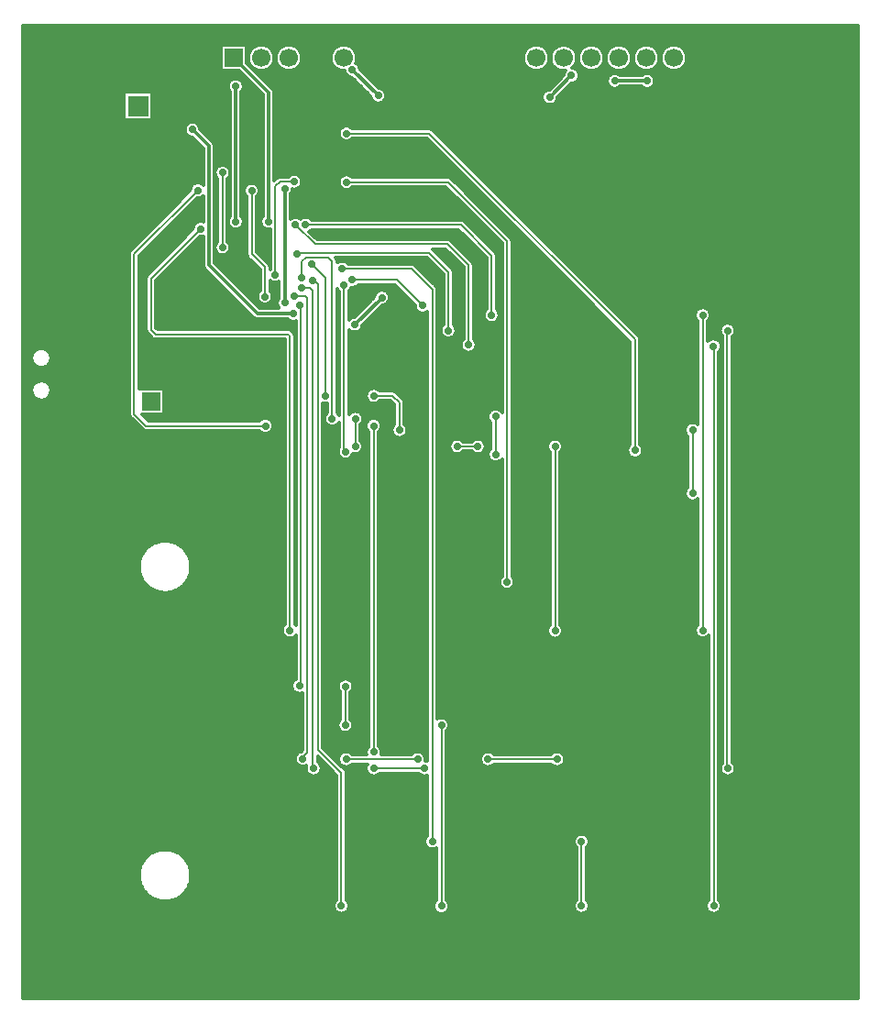
<source format=gbr>
G04 DipTrace Beta 3.0.9.0*
G04 Bottom.gbr*
%MOIN*%
G04 #@! TF.FileFunction,Copper,L2,Bot*
G04 #@! TF.Part,Single*
G04 #@! TA.AperFunction,Conductor*
%ADD13C,0.015748*%
G04 #@! TA.AperFunction,CopperBalancing*
%ADD14C,0.011811*%
G04 #@! TA.AperFunction,Conductor*
%ADD15C,0.019685*%
%ADD16C,0.007874*%
G04 #@! TA.AperFunction,ComponentPad*
%ADD17R,0.066929X0.066929*%
%ADD18C,0.066929*%
%ADD24R,0.074803X0.074803*%
%ADD25C,0.074803*%
G04 #@! TA.AperFunction,ViaPad*
%ADD41C,0.027559*%
%FSLAX26Y26*%
G04*
G70*
G90*
G75*
G01*
G04 Bottom*
%LPD*%
X1038386Y1166339D2*
D16*
X1043307D1*
Y2549213D1*
X1038386D1*
X1205709Y1023622D2*
Y1164370D1*
X1206295D1*
X1555118Y366142D2*
Y1023622D1*
X1200787Y2623031D2*
Y2024213D1*
X1206249Y2018751D1*
X1230315Y2642717D2*
X1392717D1*
X1486220Y2549213D1*
X1751969Y2145669D2*
Y2007874D1*
X759055Y3032972D2*
Y2760827D1*
X1209646Y3175000D2*
X1510039D1*
X2258858Y2426181D1*
Y2022638D1*
X1003937Y1368110D2*
Y2439085D1*
X998031Y2444991D1*
X515157D1*
X499409Y2460739D1*
Y2648618D1*
X679134Y2828343D1*
X1019685Y3000000D2*
X968504D1*
X950787Y2982283D1*
Y2660433D1*
X1793307Y1544094D2*
Y2783465D1*
X1578740Y2998031D1*
X1209646D1*
X1968114Y2037252D2*
Y1366535D1*
X1612598Y2037252D2*
X1687402D1*
X1241685Y2137795D2*
Y2037252D1*
X1047839Y2650591D2*
Y2709646D1*
X1063587Y2725394D1*
X1141732D1*
X1157480Y2709646D1*
Y2137795D1*
X1045276Y2615157D2*
X1074803D1*
X1086614Y2603346D1*
Y866535D1*
X1090551D1*
X913386Y2581693D2*
Y2688976D1*
X865161Y2737201D1*
Y2967028D1*
X915354Y2112205D2*
X481299D1*
X437992Y2155512D1*
Y2737205D1*
X669291Y2968504D1*
X1308657Y925591D2*
Y2112205D1*
X1493169Y866535D2*
X1308657D1*
X1051181Y901575D2*
X1043307D1*
X1066929Y925197D1*
Y2576772D1*
X1059055Y2584646D1*
X1020220D1*
X1468114Y900000D2*
X1208260D1*
X1975988D2*
X1724008D1*
X1191339Y366535D2*
Y849606D1*
X1106299Y934646D1*
Y2626969D1*
X1092520Y2640748D1*
X1086614D1*
X1193504Y2684059D2*
X1444878D1*
X1521654Y2607283D1*
Y600394D1*
X2064539Y366535D2*
Y600394D1*
X2468114Y2096457D2*
Y1866535D1*
X1309055Y2221264D2*
X1377161D1*
X1402563Y2195862D1*
Y2096457D1*
X1083268Y2699803D2*
X1131890Y2651181D1*
Y2221264D1*
X2504921Y2514764D2*
Y1368110D1*
X1061220Y2843504D2*
X1625000D1*
X1737205Y2731299D1*
Y2514764D1*
X1580319Y2458661D2*
Y2671650D1*
X1510827Y2741142D1*
X1033465D1*
X1028543Y2736220D1*
X2596067Y866535D2*
X2593504D1*
Y2458661D1*
X2596067D1*
X1653543Y2406496D2*
Y2696850D1*
X1577756Y2772638D1*
X1095079D1*
X1024213Y2843504D1*
X2544886Y366535D2*
Y2401575D1*
X2544291D1*
X1240157Y2480315D2*
D14*
X1338583Y2578740D1*
X350000Y2568751D2*
D15*
Y2505118D1*
X361369Y2493749D1*
X590551Y2610236D2*
D14*
X700000D1*
Y2607681D1*
X1067520Y3263587D2*
Y3023622D1*
X1226378Y2366535D2*
Y2266535D1*
X1151772Y3023622D2*
Y2954528D1*
X2391732Y600394D2*
Y580709D1*
X2431102Y541339D1*
X2436024D1*
X1938976Y1048228D2*
X1914370D1*
X1879921Y1082677D1*
Y1122047D1*
X1373031Y979331D2*
Y1126969D1*
X1387795Y1638780D2*
Y1515748D1*
X1894685Y1604331D2*
Y1579724D1*
X1929134Y1545276D1*
X1938976D1*
Y1540354D1*
X2386811Y1609252D2*
Y1560039D1*
X2406496Y1540354D1*
X2440945D1*
X1437008Y531496D2*
Y551181D1*
X1381890Y606299D1*
X1938976Y521654D2*
Y541339D1*
X1889764Y590551D1*
Y629921D1*
X700000Y2607681D2*
Y2635240D1*
X679134Y2656106D1*
Y2776772D1*
X1067520Y3023622D2*
Y2925787D1*
X1041732Y2900000D1*
X2391732Y1112205D2*
Y1062992D1*
X2411417Y1043307D1*
X2436024D1*
X476311Y2893634D2*
D13*
Y3007941D1*
X209252Y3275000D1*
X197047D1*
X1800000Y3450000D2*
D14*
Y3451969D1*
X1708661Y3543307D1*
D13*
X1100000D1*
Y3450000D1*
Y3543307D2*
X728346D1*
X570866Y3385827D1*
Y3102496D1*
X566795Y3098425D1*
X476311Y3007941D1*
X700787Y2370079D2*
D14*
X590551D1*
X661417Y3098425D2*
X566795D1*
X1325000Y3312500D2*
X1231249Y3406251D1*
X984843Y2559055D2*
Y2972441D1*
X1948819Y3307087D2*
X2027559Y3385827D1*
X2185039Y3366142D2*
X2303150D1*
X807087Y2854331D2*
Y3346457D1*
X925197Y2854331D2*
Y3324803D1*
X800000Y3450000D1*
X1015748Y2519685D2*
X885827D1*
X708661Y2696850D1*
Y3129921D1*
X649606Y3188976D1*
D41*
X1200787Y2623031D3*
X1206249Y2018751D3*
X1230315Y2642717D3*
X1486220Y2549213D3*
X1751969Y2145669D3*
Y2007874D3*
X1240157Y2480315D3*
X1338583Y2578740D3*
X350000Y2568751D3*
X361369Y2493749D3*
X476311Y2893634D3*
X700787Y2370079D3*
X590551D3*
X661417Y3098425D3*
X1325000Y3312500D3*
X1231249Y3406251D3*
X984843Y2559055D3*
Y2972441D3*
X1948819Y3307087D3*
X2027559Y3385827D3*
X2185039Y3366142D3*
X2303150D3*
X807087Y2854331D3*
Y3346457D3*
X925197Y2854331D3*
X1015748Y2519685D3*
X649606Y3188976D3*
X1038386Y2549213D3*
Y1166339D3*
X1206295Y1164370D3*
X1205709Y1023622D3*
X1555118D3*
Y366142D3*
X759055Y2760827D3*
Y3032972D3*
X1209646Y3175000D3*
X2258858Y2022638D3*
X679134Y2828343D3*
X1003937Y1368110D3*
X950787Y2660433D3*
X1019685Y3000000D3*
X1209646Y2998031D3*
X1793307Y1544094D3*
X1968114Y1366535D3*
Y2037252D3*
X1687402D3*
X1612598D3*
X1241685D3*
Y2137795D3*
X1157480D3*
X1047839Y2650591D3*
X1090551Y866535D3*
X1045276Y2615157D3*
X913386Y2581693D3*
X865161Y2967028D3*
X669291Y2968504D3*
X915354Y2112205D3*
X1308657D3*
Y925591D3*
Y866535D3*
X1493169D3*
X1020220Y2584646D3*
X1051181Y901575D3*
X1208260Y900000D3*
X1468114D3*
X1724008D3*
X1975988D3*
X1086614Y2640748D3*
X1191339Y366535D3*
X2064539D3*
Y600394D3*
X1521654D3*
X1193504Y2684059D3*
X2468114Y1866535D3*
Y2096457D3*
X1402563D3*
X1309055Y2221264D3*
X1131890D3*
X1083268Y2699803D3*
X2504921Y1368110D3*
Y2514764D3*
X1737205D3*
X1061220Y2843504D3*
X1028543Y2736220D3*
X1580319Y2458661D3*
X2596067D3*
Y866535D3*
X1024213Y2843504D3*
X1653543Y2406496D3*
X2544291Y2401575D3*
X2544886Y366535D3*
X679134Y2776772D3*
X590551Y2610236D3*
X1041732Y2900000D3*
X1151772Y2954528D3*
Y3023622D3*
X2436024Y541339D3*
X2391732Y600394D3*
X1879921Y1122047D3*
X1938976Y1048228D3*
X1373031Y1126969D3*
Y979331D3*
X700000Y2607681D3*
X1938976Y1540354D3*
X2391732Y1112205D3*
X2440945Y1540354D3*
X2386811Y1609252D3*
X1387795Y1638780D3*
Y1515748D3*
X1381890Y606299D3*
X1437008Y531496D3*
X1889764Y629921D3*
X1938976Y521654D3*
X1894685Y1604331D3*
X1067520Y3023622D3*
X1226378Y2266535D3*
X1067520Y3263587D3*
X2436024Y1043307D3*
X1226378Y2366535D3*
X33071Y3556430D2*
D14*
X3066937D1*
X33071Y3544751D2*
X3066937D1*
X33071Y3533071D2*
X3066937D1*
X33071Y3521391D2*
X3066937D1*
X33071Y3509711D2*
X3066937D1*
X33071Y3498031D2*
X3066937D1*
X33071Y3486352D2*
X751100D1*
X848896D2*
X867919D1*
X932081D2*
X967920D1*
X1032083D2*
X1167900D1*
X1232085D2*
X1867911D1*
X1932097D2*
X1967912D1*
X2032098D2*
X2067915D1*
X2132100D2*
X2167916D1*
X2232101D2*
X2267917D1*
X2332080D2*
X2367919D1*
X2432081D2*
X3066937D1*
X33071Y3474672D2*
X751100D1*
X848896D2*
X857976D1*
X942024D2*
X957978D1*
X1042025D2*
X1157980D1*
X1242029D2*
X1857969D1*
X1942016D2*
X1957970D1*
X2042017D2*
X2057971D1*
X2142020D2*
X2157974D1*
X2242021D2*
X2257975D1*
X2342022D2*
X2357976D1*
X2442024D2*
X3066937D1*
X33071Y3462992D2*
X751100D1*
X1047100D2*
X1152906D1*
X1247104D2*
X1852916D1*
X2447098D2*
X3066937D1*
X33071Y3451312D2*
X751100D1*
X1048877D2*
X1151130D1*
X1248879D2*
X1851117D1*
X2448875D2*
X3066937D1*
X33071Y3439633D2*
X751100D1*
X1047747D2*
X1152236D1*
X1247749D2*
X1852248D1*
X2447768D2*
X3066937D1*
X33071Y3427953D2*
X751100D1*
X943500D2*
X956501D1*
X1043501D2*
X1156504D1*
X1250172D2*
X1856492D1*
X1943492D2*
X1956493D1*
X2043493D2*
X2056495D1*
X2143496D2*
X2156497D1*
X2243497D2*
X2256499D1*
X2343499D2*
X2356500D1*
X2443500D2*
X3066937D1*
X33071Y3416273D2*
X751100D1*
X934942D2*
X965060D1*
X1034944D2*
X1165063D1*
X1258614D2*
X1865073D1*
X1934934D2*
X1965075D1*
X2034936D2*
X2065054D1*
X2134937D2*
X2165055D1*
X2234938D2*
X2265056D1*
X2334940D2*
X2365058D1*
X2434942D2*
X3066937D1*
X33071Y3404593D2*
X751100D1*
X875079D2*
X884159D1*
X915841D2*
X984160D1*
X1015843D2*
X1184164D1*
X1262583D2*
X1884151D1*
X1915857D2*
X1984152D1*
X2049560D2*
X2084155D1*
X2115836D2*
X2184156D1*
X2215839D2*
X2284157D1*
X2315840D2*
X2384159D1*
X2415841D2*
X3066937D1*
X33071Y3392913D2*
X827411D1*
X886752D2*
X1205409D1*
X1274255D2*
X1999262D1*
X2055858D2*
X2175551D1*
X2194522D2*
X2293661D1*
X2312633D2*
X3066937D1*
X33071Y3381234D2*
X839106D1*
X898448D2*
X1217428D1*
X1285928D2*
X1993287D1*
X2056390D2*
X2160234D1*
X2327950D2*
X3066937D1*
X33071Y3369554D2*
X790017D1*
X824144D2*
X850780D1*
X910121D2*
X1238282D1*
X1297623D2*
X1981615D1*
X2051568D2*
X2156035D1*
X2332148D2*
X3066937D1*
X33071Y3357874D2*
X780304D1*
X833879D2*
X862451D1*
X921793D2*
X1249954D1*
X1309295D2*
X1969942D1*
X2030829D2*
X2157073D1*
X2331110D2*
X3066937D1*
X33071Y3346194D2*
X777883D1*
X836302D2*
X874147D1*
X933466D2*
X1261627D1*
X1320969D2*
X1958247D1*
X2017588D2*
X2164156D1*
X2324029D2*
X3066937D1*
X33071Y3334514D2*
X780535D1*
X833625D2*
X885820D1*
X944030D2*
X1273323D1*
X1343529D2*
X1941845D1*
X2005916D2*
X3066937D1*
X33071Y3322835D2*
X400114D1*
X505777D2*
X785772D1*
X828412D2*
X897492D1*
X946522D2*
X1284996D1*
X1352249D2*
X1924451D1*
X1994243D2*
X3066937D1*
X33071Y3311155D2*
X400114D1*
X505777D2*
X785772D1*
X828412D2*
X903882D1*
X946522D2*
X1295815D1*
X1354186D2*
X1919907D1*
X1982547D2*
X3066937D1*
X33071Y3299475D2*
X400114D1*
X505777D2*
X785772D1*
X828412D2*
X903882D1*
X946522D2*
X1298999D1*
X1351004D2*
X1920668D1*
X1976988D2*
X3066937D1*
X33071Y3287795D2*
X400114D1*
X505777D2*
X785772D1*
X828412D2*
X903882D1*
X946522D2*
X1310579D1*
X1339423D2*
X1927289D1*
X1970344D2*
X3066937D1*
X33071Y3276115D2*
X400114D1*
X505777D2*
X785772D1*
X828412D2*
X903882D1*
X946522D2*
X3066937D1*
X33071Y3264436D2*
X400114D1*
X505777D2*
X785772D1*
X828412D2*
X903882D1*
X946522D2*
X3066937D1*
X33071Y3252756D2*
X400114D1*
X505777D2*
X785772D1*
X828412D2*
X903882D1*
X946522D2*
X3066937D1*
X33071Y3241076D2*
X400114D1*
X505777D2*
X785772D1*
X828412D2*
X903882D1*
X946522D2*
X3066937D1*
X33071Y3229396D2*
X400114D1*
X505777D2*
X785772D1*
X828412D2*
X903882D1*
X946522D2*
X3066937D1*
X33071Y3217717D2*
X785772D1*
X828412D2*
X903882D1*
X946522D2*
X3066937D1*
X33071Y3206037D2*
X626185D1*
X673024D2*
X785772D1*
X828412D2*
X903882D1*
X946522D2*
X3066937D1*
X33071Y3194357D2*
X620925D1*
X678306D2*
X785772D1*
X828412D2*
X903882D1*
X946522D2*
X1188201D1*
X1231094D2*
X3066937D1*
X33071Y3182677D2*
X621110D1*
X685572D2*
X785772D1*
X828412D2*
X903882D1*
X946522D2*
X1181510D1*
X1529253D2*
X3066937D1*
X33071Y3170997D2*
X626923D1*
X697245D2*
X785772D1*
X828412D2*
X903882D1*
X946522D2*
X1180726D1*
X1540925D2*
X3066937D1*
X33071Y3159318D2*
X649600D1*
X708941D2*
X785772D1*
X828412D2*
X903882D1*
X946522D2*
X1185224D1*
X1552598D2*
X3066937D1*
X33071Y3147638D2*
X661272D1*
X720613D2*
X785772D1*
X828412D2*
X903882D1*
X946522D2*
X1202387D1*
X1216907D2*
X1510512D1*
X1564294D2*
X3066937D1*
X33071Y3135958D2*
X672945D1*
X729056D2*
X785772D1*
X828412D2*
X903882D1*
X946522D2*
X1522185D1*
X1575967D2*
X3066937D1*
X33071Y3124278D2*
X684640D1*
X729979D2*
X785772D1*
X828412D2*
X903882D1*
X946522D2*
X1533881D1*
X1587639D2*
X3066937D1*
X33071Y3112598D2*
X687340D1*
X729979D2*
X785772D1*
X828412D2*
X903882D1*
X946522D2*
X1545554D1*
X1599335D2*
X3066937D1*
X33071Y3100919D2*
X687340D1*
X729979D2*
X785772D1*
X828412D2*
X903882D1*
X946522D2*
X1557226D1*
X1611008D2*
X3066937D1*
X33071Y3089239D2*
X687340D1*
X729979D2*
X785772D1*
X828412D2*
X903882D1*
X946522D2*
X1568921D1*
X1622680D2*
X3066937D1*
X33071Y3077559D2*
X687340D1*
X729979D2*
X785772D1*
X828412D2*
X903882D1*
X946522D2*
X1580594D1*
X1634375D2*
X3066937D1*
X33071Y3065879D2*
X687340D1*
X729979D2*
X785772D1*
X828412D2*
X903882D1*
X946522D2*
X1592266D1*
X1646049D2*
X3066937D1*
X33071Y3054199D2*
X687340D1*
X729979D2*
X739566D1*
X778538D2*
X785778D1*
X828412D2*
X903882D1*
X946522D2*
X1603962D1*
X1657720D2*
X3066937D1*
X33071Y3042520D2*
X687340D1*
X828412D2*
X903882D1*
X946522D2*
X1615635D1*
X1669416D2*
X3066937D1*
X33071Y3030840D2*
X687340D1*
X828412D2*
X903882D1*
X946522D2*
X1627307D1*
X1681089D2*
X3066937D1*
X33071Y3019160D2*
X687340D1*
X828412D2*
X903882D1*
X946522D2*
X998047D1*
X1041333D2*
X1190046D1*
X1229248D2*
X1639003D1*
X1692762D2*
X3066937D1*
X33071Y3007480D2*
X687340D1*
X729979D2*
X739705D1*
X778423D2*
X785769D1*
X828412D2*
X903882D1*
X1047885D2*
X1182064D1*
X1596175D2*
X1650676D1*
X1704434D2*
X3066937D1*
X33071Y2995801D2*
X661734D1*
X676853D2*
X687340D1*
X729979D2*
X739705D1*
X778423D2*
X785769D1*
X828412D2*
X903882D1*
X1048576D2*
X1180518D1*
X1607846D2*
X1662349D1*
X1716130D2*
X3066937D1*
X33071Y2984121D2*
X644824D1*
X729979D2*
X739705D1*
X778423D2*
X785769D1*
X828412D2*
X841759D1*
X888551D2*
X903882D1*
X1043963D2*
X1184117D1*
X1619543D2*
X1674045D1*
X1727803D2*
X3066937D1*
X33071Y2972441D2*
X640349D1*
X729979D2*
X739705D1*
X778423D2*
X785769D1*
X828412D2*
X836476D1*
X893857D2*
X903882D1*
X1025992D2*
X1197035D1*
X1222259D2*
X1577433D1*
X1631215D2*
X1685717D1*
X1739475D2*
X3066937D1*
X33071Y2960761D2*
X634675D1*
X729979D2*
X739705D1*
X778423D2*
X785769D1*
X828412D2*
X836661D1*
X893672D2*
X903882D1*
X1011505D2*
X1589130D1*
X1642888D2*
X1697390D1*
X1751171D2*
X3066937D1*
X33071Y2949081D2*
X622979D1*
X729979D2*
X739705D1*
X778423D2*
X785769D1*
X828412D2*
X842451D1*
X887882D2*
X903882D1*
X1006177D2*
X1600802D1*
X1654584D2*
X1709062D1*
X1762844D2*
X3066937D1*
X33071Y2937402D2*
X611306D1*
X665064D2*
X687340D1*
X729979D2*
X739705D1*
X778423D2*
X785769D1*
X828412D2*
X845797D1*
X884514D2*
X903882D1*
X1006177D2*
X1612475D1*
X1666256D2*
X1720757D1*
X1774516D2*
X3066937D1*
X33071Y2925722D2*
X599633D1*
X653392D2*
X687340D1*
X729979D2*
X739705D1*
X778423D2*
X785769D1*
X828412D2*
X845797D1*
X884514D2*
X903882D1*
X1006177D2*
X1624171D1*
X1677929D2*
X1732430D1*
X1786213D2*
X3066937D1*
X33071Y2914042D2*
X587937D1*
X641719D2*
X687340D1*
X729979D2*
X739705D1*
X778423D2*
X785769D1*
X828412D2*
X845797D1*
X884514D2*
X903882D1*
X1006177D2*
X1635843D1*
X1689625D2*
X1744102D1*
X1797885D2*
X3066937D1*
X33071Y2902362D2*
X576265D1*
X630046D2*
X687340D1*
X729979D2*
X739705D1*
X778423D2*
X785769D1*
X828412D2*
X845797D1*
X884514D2*
X903882D1*
X1006177D2*
X1647516D1*
X1701297D2*
X1755799D1*
X1809558D2*
X3066937D1*
X33071Y2890682D2*
X564592D1*
X618350D2*
X687340D1*
X729979D2*
X739705D1*
X778423D2*
X785769D1*
X828412D2*
X845797D1*
X884514D2*
X903882D1*
X1006177D2*
X1659211D1*
X1712970D2*
X1767471D1*
X1821253D2*
X3066937D1*
X33071Y2879003D2*
X552896D1*
X606678D2*
X687340D1*
X729979D2*
X739705D1*
X778423D2*
X785769D1*
X828412D2*
X845797D1*
X884514D2*
X903882D1*
X1006177D2*
X1670883D1*
X1724665D2*
X1779144D1*
X1832925D2*
X3066937D1*
X33071Y2867323D2*
X541224D1*
X595005D2*
X687340D1*
X729979D2*
X739705D1*
X833118D2*
X845797D1*
X884514D2*
X899176D1*
X1077181D2*
X1682556D1*
X1736339D2*
X1790840D1*
X1844598D2*
X3066937D1*
X33071Y2855643D2*
X529551D1*
X583310D2*
X671584D1*
X729979D2*
X739705D1*
X836278D2*
X845797D1*
X884514D2*
X896016D1*
X1639751D2*
X1694252D1*
X1748010D2*
X1802512D1*
X1856270D2*
X3066937D1*
X33071Y2843963D2*
X517856D1*
X571638D2*
X654675D1*
X729979D2*
X739705D1*
X834318D2*
X845797D1*
X884514D2*
X897976D1*
X1651424D2*
X1705925D1*
X1759684D2*
X1814185D1*
X1867966D2*
X3066937D1*
X33071Y2832283D2*
X506184D1*
X559965D2*
X650199D1*
X729979D2*
X739705D1*
X778423D2*
X788587D1*
X825575D2*
X845797D1*
X884514D2*
X906697D1*
X1663096D2*
X1717597D1*
X1771379D2*
X1825881D1*
X1879639D2*
X3066937D1*
X33071Y2820604D2*
X494510D1*
X548269D2*
X644501D1*
X729979D2*
X739705D1*
X778423D2*
X845797D1*
X884514D2*
X931427D1*
X1078566D2*
X1621010D1*
X1674791D2*
X1729293D1*
X1783051D2*
X1837552D1*
X1891311D2*
X3066937D1*
X33071Y2808924D2*
X482815D1*
X536597D2*
X632828D1*
X729979D2*
X739705D1*
X778423D2*
X845797D1*
X884514D2*
X931427D1*
X1085671D2*
X1632706D1*
X1686465D2*
X1740966D1*
X1794724D2*
X1849226D1*
X1903008D2*
X3066937D1*
X33071Y2797244D2*
X471142D1*
X524924D2*
X621156D1*
X674915D2*
X687340D1*
X729979D2*
X739705D1*
X778423D2*
X845797D1*
X884514D2*
X931427D1*
X1097366D2*
X1644378D1*
X1698136D2*
X1752638D1*
X1806420D2*
X1860898D1*
X1914680D2*
X3066937D1*
X33071Y2785564D2*
X459470D1*
X513228D2*
X609461D1*
X663241D2*
X687340D1*
X729979D2*
X739705D1*
X778423D2*
X845797D1*
X884514D2*
X931427D1*
X1591722D2*
X1656051D1*
X1709832D2*
X1764311D1*
X1812533D2*
X1872594D1*
X1926353D2*
X3066937D1*
X33071Y2773885D2*
X447797D1*
X501555D2*
X597787D1*
X651570D2*
X687340D1*
X785043D2*
X845797D1*
X884514D2*
X931427D1*
X1603395D2*
X1667723D1*
X1721505D2*
X1773954D1*
X1812672D2*
X1884266D1*
X1938049D2*
X3066937D1*
X33071Y2762205D2*
X436101D1*
X489883D2*
X586115D1*
X639874D2*
X687340D1*
X788227D2*
X845797D1*
X884514D2*
X931427D1*
X1615067D2*
X1679419D1*
X1733177D2*
X1773954D1*
X1812672D2*
X1895940D1*
X1949720D2*
X3066937D1*
X33071Y2750525D2*
X424429D1*
X478188D2*
X574420D1*
X628201D2*
X687340D1*
X786312D2*
X845797D1*
X884514D2*
X931427D1*
X1528331D2*
X1572982D1*
X1626764D2*
X1691092D1*
X1744874D2*
X1773954D1*
X1812672D2*
X1907635D1*
X1961394D2*
X3066937D1*
X33071Y2738845D2*
X418707D1*
X466514D2*
X562747D1*
X616529D2*
X687340D1*
X729979D2*
X740490D1*
X777638D2*
X845797D1*
X890396D2*
X931427D1*
X1540003D2*
X1584654D1*
X1638436D2*
X1702764D1*
X1754932D2*
X1773954D1*
X1812672D2*
X1919307D1*
X1973089D2*
X3066937D1*
X33071Y2727165D2*
X418639D1*
X457357D2*
X551075D1*
X604833D2*
X687340D1*
X729979D2*
X848818D1*
X902092D2*
X931427D1*
X1551698D2*
X1596350D1*
X1650109D2*
X1714461D1*
X1756570D2*
X1773954D1*
X1812672D2*
X1930980D1*
X1984761D2*
X3066937D1*
X33071Y2715486D2*
X418639D1*
X457357D2*
X539402D1*
X593160D2*
X687340D1*
X729979D2*
X859983D1*
X913765D2*
X931427D1*
X1175869D2*
X1509589D1*
X1563371D2*
X1608022D1*
X1661804D2*
X1717852D1*
X1756570D2*
X1773954D1*
X1812672D2*
X1942676D1*
X1996434D2*
X3066937D1*
X33071Y2703806D2*
X418639D1*
X457357D2*
X527706D1*
X581488D2*
X687340D1*
X731386D2*
X871678D1*
X925437D2*
X931436D1*
X1214577D2*
X1521285D1*
X1575043D2*
X1619696D1*
X1671516D2*
X1717852D1*
X1756570D2*
X1773954D1*
X1812672D2*
X1954348D1*
X2008130D2*
X3066937D1*
X33071Y2692126D2*
X418639D1*
X457357D2*
X516033D1*
X569791D2*
X687892D1*
X743059D2*
X883352D1*
X1463693D2*
X1532958D1*
X1586739D2*
X1631391D1*
X1672900D2*
X1717852D1*
X1756570D2*
X1773954D1*
X1812672D2*
X1966021D1*
X2019803D2*
X3066937D1*
X33071Y2680446D2*
X418639D1*
X457357D2*
X504361D1*
X558119D2*
X695390D1*
X754731D2*
X894033D1*
X1475365D2*
X1544630D1*
X1597398D2*
X1634182D1*
X1672900D2*
X1717852D1*
X1756570D2*
X1773954D1*
X1812672D2*
X1977717D1*
X2031475D2*
X3066937D1*
X33071Y2668766D2*
X418639D1*
X457357D2*
X492665D1*
X546446D2*
X707085D1*
X766404D2*
X894033D1*
X1487060D2*
X1556325D1*
X1599681D2*
X1634182D1*
X1672900D2*
X1717852D1*
X1756570D2*
X1773954D1*
X1812672D2*
X1989390D1*
X2043148D2*
X3066937D1*
X33071Y2657087D2*
X418639D1*
X457357D2*
X482146D1*
X534774D2*
X718759D1*
X778100D2*
X894033D1*
X1498734D2*
X1560963D1*
X1599681D2*
X1634182D1*
X1672900D2*
X1717852D1*
X1756570D2*
X1773954D1*
X1812672D2*
X2001062D1*
X2054844D2*
X3066937D1*
X33071Y2645407D2*
X418639D1*
X457357D2*
X480046D1*
X523079D2*
X730430D1*
X789772D2*
X894033D1*
X1510406D2*
X1560963D1*
X1599681D2*
X1634182D1*
X1672900D2*
X1717852D1*
X1756570D2*
X1773954D1*
X1812672D2*
X2012757D1*
X2066516D2*
X3066937D1*
X33071Y2633727D2*
X418639D1*
X457357D2*
X480046D1*
X518765D2*
X742104D1*
X801445D2*
X894033D1*
X932751D2*
X941092D1*
X1522102D2*
X1560963D1*
X1599681D2*
X1634182D1*
X1672900D2*
X1717852D1*
X1756570D2*
X1773954D1*
X1812672D2*
X2024430D1*
X2078189D2*
X3066937D1*
X33071Y2622047D2*
X418639D1*
X457357D2*
X480046D1*
X518765D2*
X753799D1*
X813140D2*
X894033D1*
X932751D2*
X963514D1*
X1250425D2*
X1386496D1*
X1533774D2*
X1560963D1*
X1599681D2*
X1634182D1*
X1672900D2*
X1717852D1*
X1756570D2*
X1773954D1*
X1812672D2*
X2036102D1*
X2089885D2*
X3066937D1*
X33071Y2610367D2*
X418639D1*
X457357D2*
X480046D1*
X518765D2*
X765472D1*
X824814D2*
X894033D1*
X932751D2*
X963514D1*
X1226965D2*
X1398169D1*
X1540741D2*
X1560963D1*
X1599681D2*
X1634182D1*
X1672900D2*
X1717852D1*
X1756570D2*
X1773954D1*
X1812672D2*
X2047776D1*
X2101558D2*
X3066937D1*
X33071Y2598688D2*
X418639D1*
X457357D2*
X480046D1*
X518765D2*
X777144D1*
X836486D2*
X889903D1*
X936857D2*
X963514D1*
X1220136D2*
X1317706D1*
X1359446D2*
X1409865D1*
X1541018D2*
X1560963D1*
X1599681D2*
X1634182D1*
X1672900D2*
X1717852D1*
X1756570D2*
X1773954D1*
X1812672D2*
X2059471D1*
X2113230D2*
X3066937D1*
X33071Y2587008D2*
X418639D1*
X457357D2*
X480046D1*
X518765D2*
X788840D1*
X848181D2*
X884689D1*
X942093D2*
X963514D1*
X1220136D2*
X1310625D1*
X1366551D2*
X1421538D1*
X1541018D2*
X1560963D1*
X1599681D2*
X1634182D1*
X1672900D2*
X1717852D1*
X1756570D2*
X1773954D1*
X1812672D2*
X2071144D1*
X2124925D2*
X3066937D1*
X33071Y2575328D2*
X418639D1*
X457357D2*
X480046D1*
X518765D2*
X800513D1*
X859854D2*
X884898D1*
X941862D2*
X960839D1*
X1220136D2*
X1305504D1*
X1367589D2*
X1433210D1*
X1541018D2*
X1560963D1*
X1599681D2*
X1634182D1*
X1672900D2*
X1717852D1*
X1756570D2*
X1773954D1*
X1812672D2*
X2082816D1*
X2136598D2*
X3066937D1*
X33071Y2563648D2*
X418639D1*
X457357D2*
X480046D1*
X518765D2*
X812185D1*
X871526D2*
X890756D1*
X936026D2*
X956017D1*
X1220136D2*
X1293831D1*
X1363391D2*
X1444906D1*
X1541018D2*
X1560963D1*
X1599681D2*
X1634182D1*
X1672900D2*
X1717852D1*
X1756570D2*
X1773954D1*
X1812672D2*
X2094512D1*
X2148270D2*
X3066937D1*
X33071Y2551969D2*
X418639D1*
X457357D2*
X480046D1*
X518765D2*
X823881D1*
X883222D2*
X956547D1*
X1220136D2*
X1282135D1*
X1348073D2*
X1456579D1*
X1541018D2*
X1560963D1*
X1599681D2*
X1634182D1*
X1672900D2*
X1717852D1*
X1756570D2*
X1773954D1*
X1812672D2*
X2106185D1*
X2159966D2*
X3066937D1*
X33071Y2540289D2*
X418639D1*
X457357D2*
X480046D1*
X518765D2*
X835554D1*
X894895D2*
X962845D1*
X1220136D2*
X1270462D1*
X1329803D2*
X1458470D1*
X1541018D2*
X1560963D1*
X1599681D2*
X1634182D1*
X1672900D2*
X1717852D1*
X1756570D2*
X1773954D1*
X1812672D2*
X2117857D1*
X2171639D2*
X2492165D1*
X2517688D2*
X3066937D1*
X33071Y2528609D2*
X418639D1*
X457357D2*
X480046D1*
X518765D2*
X847227D1*
X1220136D2*
X1258790D1*
X1318131D2*
X1466037D1*
X1541018D2*
X1560963D1*
X1599681D2*
X1634182D1*
X1672900D2*
X1711646D1*
X1762752D2*
X1773954D1*
X1812672D2*
X2129552D1*
X2183311D2*
X2479362D1*
X2530469D2*
X3066937D1*
X33071Y2516929D2*
X418639D1*
X457357D2*
X480046D1*
X518765D2*
X858923D1*
X1220136D2*
X1247094D1*
X1306436D2*
X1502301D1*
X1541018D2*
X1560963D1*
X1599681D2*
X1634182D1*
X1672900D2*
X1708070D1*
X1766327D2*
X1773954D1*
X1812672D2*
X2141226D1*
X2195007D2*
X2475786D1*
X2534043D2*
X3066937D1*
X33071Y2505249D2*
X418639D1*
X457357D2*
X480046D1*
X518765D2*
X870594D1*
X1220136D2*
X1226154D1*
X1294762D2*
X1502301D1*
X1541018D2*
X1560963D1*
X1599681D2*
X1634182D1*
X1672900D2*
X1709661D1*
X1764759D2*
X1773954D1*
X1812672D2*
X2152898D1*
X2206680D2*
X2477378D1*
X2532475D2*
X3066937D1*
X33071Y2493570D2*
X418639D1*
X457357D2*
X480046D1*
X518765D2*
X1004391D1*
X1283091D2*
X1502301D1*
X1541018D2*
X1560963D1*
X1599681D2*
X1634182D1*
X1672900D2*
X1717667D1*
X1756731D2*
X1773954D1*
X1812672D2*
X2164593D1*
X2218353D2*
X2485383D1*
X2524448D2*
X3066937D1*
X33071Y2481890D2*
X418639D1*
X457357D2*
X480046D1*
X518765D2*
X1023954D1*
X1271395D2*
X1502301D1*
X1541018D2*
X1560963D1*
X1599681D2*
X1634182D1*
X1672900D2*
X1773954D1*
X1812672D2*
X2176266D1*
X2230025D2*
X2485568D1*
X2524286D2*
X2579202D1*
X2612937D2*
X3066937D1*
X33071Y2470210D2*
X418639D1*
X457357D2*
X480046D1*
X518765D2*
X1023954D1*
X1267496D2*
X1502301D1*
X1541018D2*
X1553604D1*
X1607039D2*
X1634182D1*
X1672900D2*
X1773954D1*
X1812672D2*
X2187940D1*
X2241720D2*
X2485568D1*
X2524286D2*
X2569352D1*
X2622787D2*
X3066937D1*
X33071Y2458530D2*
X418639D1*
X457357D2*
X480185D1*
X1011344D2*
X1023954D1*
X1258983D2*
X1502301D1*
X1541018D2*
X1551113D1*
X1609531D2*
X1634182D1*
X1672900D2*
X1773954D1*
X1812672D2*
X2199635D1*
X2253394D2*
X2485568D1*
X2524286D2*
X2566861D1*
X2625280D2*
X3066937D1*
X33071Y2446850D2*
X418639D1*
X457357D2*
X486413D1*
X1220136D2*
X1502301D1*
X1541018D2*
X1553719D1*
X1606924D2*
X1634182D1*
X1672900D2*
X1773954D1*
X1812672D2*
X2211307D1*
X2265066D2*
X2485568D1*
X2524286D2*
X2569467D1*
X2622672D2*
X3066937D1*
X33071Y2435171D2*
X418639D1*
X457357D2*
X498087D1*
X1220136D2*
X1502301D1*
X1541018D2*
X1563846D1*
X1596798D2*
X1634182D1*
X1672900D2*
X1773954D1*
X1812672D2*
X2222980D1*
X2275839D2*
X2485568D1*
X2524286D2*
X2574151D1*
X2612869D2*
X3066937D1*
X33071Y2423491D2*
X418639D1*
X457357D2*
X984576D1*
X1220136D2*
X1502301D1*
X1541018D2*
X1630076D1*
X1677007D2*
X1773954D1*
X1812672D2*
X2234652D1*
X2278215D2*
X2485568D1*
X2562949D2*
X2574151D1*
X2612869D2*
X3066937D1*
X33071Y2411811D2*
X418639D1*
X457357D2*
X984576D1*
X1220136D2*
X1502301D1*
X1541018D2*
X1624840D1*
X1682243D2*
X1773954D1*
X1812672D2*
X2239497D1*
X2278215D2*
X2485568D1*
X2612869D2*
X3066937D1*
X33071Y2400131D2*
X418639D1*
X457357D2*
X984576D1*
X1220136D2*
X1502301D1*
X1541018D2*
X1625070D1*
X1682035D2*
X1773954D1*
X1812672D2*
X2239497D1*
X2278215D2*
X2485568D1*
X2612869D2*
X3066937D1*
X33071Y2388451D2*
X78795D1*
X121203D2*
X418639D1*
X457357D2*
X984576D1*
X1220136D2*
X1502301D1*
X1541018D2*
X1630907D1*
X1676176D2*
X1773954D1*
X1812672D2*
X2239497D1*
X2278215D2*
X2485568D1*
X2612869D2*
X3066937D1*
X33071Y2376772D2*
X67975D1*
X132022D2*
X418639D1*
X457357D2*
X984576D1*
X1220136D2*
X1502301D1*
X1541018D2*
X1773954D1*
X1812672D2*
X2239497D1*
X2278215D2*
X2485568D1*
X2564240D2*
X2574151D1*
X2612869D2*
X3066937D1*
X33071Y2365092D2*
X63777D1*
X136222D2*
X418639D1*
X457357D2*
X984576D1*
X1220136D2*
X1502301D1*
X1541018D2*
X1773954D1*
X1812672D2*
X2239497D1*
X2278215D2*
X2485568D1*
X2564240D2*
X2574151D1*
X2612869D2*
X3066937D1*
X33071Y2353412D2*
X63707D1*
X136290D2*
X418639D1*
X457357D2*
X984576D1*
X1220136D2*
X1502301D1*
X1541018D2*
X1773954D1*
X1812672D2*
X2239497D1*
X2278215D2*
X2485568D1*
X2564240D2*
X2574151D1*
X2612869D2*
X3066937D1*
X33071Y2341732D2*
X67768D1*
X132231D2*
X418639D1*
X457357D2*
X984576D1*
X1220136D2*
X1502301D1*
X1541018D2*
X1773954D1*
X1812672D2*
X2239497D1*
X2278215D2*
X2485568D1*
X2564240D2*
X2574151D1*
X2612869D2*
X3066937D1*
X33071Y2330052D2*
X78241D1*
X121757D2*
X418639D1*
X457357D2*
X984576D1*
X1220136D2*
X1502301D1*
X1541018D2*
X1773954D1*
X1812672D2*
X2239497D1*
X2278215D2*
X2485568D1*
X2564240D2*
X2574151D1*
X2612869D2*
X3066937D1*
X33071Y2318373D2*
X418639D1*
X457357D2*
X984576D1*
X1220136D2*
X1502301D1*
X1541018D2*
X1773954D1*
X1812672D2*
X2239497D1*
X2278215D2*
X2485568D1*
X2564240D2*
X2574151D1*
X2612869D2*
X3066937D1*
X33071Y2306693D2*
X418639D1*
X457357D2*
X984576D1*
X1220136D2*
X1502301D1*
X1541018D2*
X1773954D1*
X1812672D2*
X2239497D1*
X2278215D2*
X2485568D1*
X2564240D2*
X2574151D1*
X2612869D2*
X3066937D1*
X33071Y2295013D2*
X418639D1*
X457357D2*
X984576D1*
X1220136D2*
X1502301D1*
X1541018D2*
X1773954D1*
X1812672D2*
X2239497D1*
X2278215D2*
X2485568D1*
X2564240D2*
X2574151D1*
X2612869D2*
X3066937D1*
X33071Y2283333D2*
X418639D1*
X457357D2*
X984576D1*
X1220136D2*
X1502301D1*
X1541018D2*
X1773954D1*
X1812672D2*
X2239497D1*
X2278215D2*
X2485568D1*
X2564240D2*
X2574151D1*
X2612869D2*
X3066937D1*
X33071Y2271654D2*
X80871D1*
X119127D2*
X418639D1*
X457357D2*
X984576D1*
X1220136D2*
X1502301D1*
X1541018D2*
X1773954D1*
X1812672D2*
X2239497D1*
X2278215D2*
X2485568D1*
X2564240D2*
X2574151D1*
X2612869D2*
X3066937D1*
X33071Y2259974D2*
X68783D1*
X131215D2*
X418639D1*
X457357D2*
X984576D1*
X1220136D2*
X1502301D1*
X1541018D2*
X1773954D1*
X1812672D2*
X2239497D1*
X2278215D2*
X2485568D1*
X2564240D2*
X2574151D1*
X2612869D2*
X3066937D1*
X33071Y2248294D2*
X64031D1*
X135967D2*
X418639D1*
X457357D2*
X984576D1*
X1220136D2*
X1300451D1*
X1317669D2*
X1502301D1*
X1541018D2*
X1773954D1*
X1812672D2*
X2239497D1*
X2278215D2*
X2485568D1*
X2564240D2*
X2574151D1*
X2612869D2*
X3066937D1*
X33071Y2236614D2*
X63524D1*
X136475D2*
X418639D1*
X548892D2*
X984576D1*
X1220136D2*
X1284419D1*
X1388075D2*
X1502301D1*
X1541018D2*
X1773954D1*
X1812672D2*
X2239497D1*
X2278215D2*
X2485568D1*
X2564240D2*
X2574151D1*
X2612869D2*
X3066937D1*
X33071Y2224934D2*
X67052D1*
X132945D2*
X418639D1*
X548892D2*
X984576D1*
X1220136D2*
X1280081D1*
X1400370D2*
X1502301D1*
X1541018D2*
X1773954D1*
X1812672D2*
X2239497D1*
X2278215D2*
X2485568D1*
X2564240D2*
X2574151D1*
X2612869D2*
X3066937D1*
X33071Y2213255D2*
X76510D1*
X123487D2*
X418639D1*
X548892D2*
X984576D1*
X1220136D2*
X1281005D1*
X1412066D2*
X1502301D1*
X1541018D2*
X1773954D1*
X1812672D2*
X2239497D1*
X2278215D2*
X2485568D1*
X2564240D2*
X2574151D1*
X2612869D2*
X3066937D1*
X33071Y2201575D2*
X418639D1*
X548892D2*
X984576D1*
X1220136D2*
X1287925D1*
X1330196D2*
X1369957D1*
X1420993D2*
X1502301D1*
X1541018D2*
X1773954D1*
X1812672D2*
X2239497D1*
X2278215D2*
X2485568D1*
X2564240D2*
X2574151D1*
X2612869D2*
X3066937D1*
X33071Y2189895D2*
X418639D1*
X548892D2*
X984576D1*
X1125648D2*
X1138119D1*
X1220136D2*
X1381652D1*
X1421916D2*
X1502301D1*
X1541018D2*
X1773954D1*
X1812672D2*
X2239497D1*
X2278215D2*
X2485568D1*
X2564240D2*
X2574151D1*
X2612869D2*
X3066937D1*
X33071Y2178215D2*
X418639D1*
X548892D2*
X984576D1*
X1125648D2*
X1138119D1*
X1220136D2*
X1383198D1*
X1421916D2*
X1502301D1*
X1541018D2*
X1773954D1*
X1812672D2*
X2239497D1*
X2278215D2*
X2485568D1*
X2564240D2*
X2574151D1*
X2612869D2*
X3066937D1*
X33071Y2166535D2*
X418639D1*
X548892D2*
X984576D1*
X1125648D2*
X1138119D1*
X1220136D2*
X1383198D1*
X1421916D2*
X1502301D1*
X1541018D2*
X1732062D1*
X1812672D2*
X2239497D1*
X2278215D2*
X2485568D1*
X2564240D2*
X2574151D1*
X2612869D2*
X3066937D1*
X33071Y2154856D2*
X418639D1*
X548892D2*
X984576D1*
X1125648D2*
X1134052D1*
X1265097D2*
X1383198D1*
X1421916D2*
X1502301D1*
X1541018D2*
X1724310D1*
X1812672D2*
X2239497D1*
X2278215D2*
X2485568D1*
X2564240D2*
X2574151D1*
X2612869D2*
X3066937D1*
X33071Y2143176D2*
X423459D1*
X477218D2*
X984576D1*
X1270379D2*
X1383198D1*
X1421916D2*
X1502301D1*
X1541018D2*
X1722857D1*
X1812672D2*
X2239497D1*
X2278215D2*
X2485568D1*
X2564240D2*
X2574151D1*
X2612869D2*
X3066937D1*
X33071Y2131496D2*
X435133D1*
X488891D2*
X893824D1*
X936879D2*
X984576D1*
X1270172D2*
X1287140D1*
X1330173D2*
X1383198D1*
X1421916D2*
X1502301D1*
X1541018D2*
X1726594D1*
X1812672D2*
X2239497D1*
X2278215D2*
X2485568D1*
X2564240D2*
X2574151D1*
X2612869D2*
X3066937D1*
X33071Y2119816D2*
X446804D1*
X943524D2*
X984576D1*
X1125648D2*
X1134787D1*
X1264382D2*
X1280497D1*
X1336816D2*
X1383198D1*
X1421916D2*
X1502301D1*
X1541018D2*
X1732615D1*
X1812672D2*
X2239497D1*
X2278215D2*
X2451449D1*
X2564240D2*
X2574151D1*
X2612869D2*
X3066937D1*
X33071Y2108136D2*
X458478D1*
X944261D2*
X984576D1*
X1125648D2*
X1181441D1*
X1261037D2*
X1279736D1*
X1337577D2*
X1375908D1*
X1429228D2*
X1502301D1*
X1541018D2*
X1732615D1*
X1812672D2*
X2239497D1*
X2278215D2*
X2441461D1*
X2564240D2*
X2574151D1*
X2612869D2*
X3066937D1*
X33071Y2096457D2*
X471050D1*
X939717D2*
X984576D1*
X1125648D2*
X1181441D1*
X1261037D2*
X1284281D1*
X1333033D2*
X1373348D1*
X1431766D2*
X1502301D1*
X1541018D2*
X1732615D1*
X1812672D2*
X2239497D1*
X2278215D2*
X2438900D1*
X2564240D2*
X2574151D1*
X2612869D2*
X3066937D1*
X33071Y2084777D2*
X908381D1*
X922323D2*
X984576D1*
X1125648D2*
X1181441D1*
X1261037D2*
X1289310D1*
X1328004D2*
X1375908D1*
X1429228D2*
X1502301D1*
X1541018D2*
X1732615D1*
X1812672D2*
X2239497D1*
X2278215D2*
X2441461D1*
X2564240D2*
X2574151D1*
X2612869D2*
X3066937D1*
X33071Y2073097D2*
X984576D1*
X1125648D2*
X1181441D1*
X1261037D2*
X1289310D1*
X1328004D2*
X1385896D1*
X1419240D2*
X1502301D1*
X1541018D2*
X1732615D1*
X1812672D2*
X2239497D1*
X2278215D2*
X2448751D1*
X2564240D2*
X2574151D1*
X2612869D2*
X3066937D1*
X33071Y2061417D2*
X984576D1*
X1125648D2*
X1181441D1*
X1261037D2*
X1289310D1*
X1328004D2*
X1502301D1*
X1541018D2*
X1597203D1*
X1627986D2*
X1672014D1*
X1702797D2*
X1732615D1*
X1812672D2*
X1952734D1*
X1983493D2*
X2239497D1*
X2278215D2*
X2448751D1*
X2564240D2*
X2574151D1*
X2612869D2*
X3066937D1*
X33071Y2049738D2*
X984576D1*
X1125648D2*
X1181441D1*
X1267957D2*
X1289310D1*
X1328004D2*
X1502301D1*
X1541018D2*
X1586315D1*
X1713685D2*
X1732615D1*
X1812672D2*
X1941845D1*
X1994382D2*
X2239497D1*
X2278215D2*
X2448751D1*
X2564240D2*
X2574151D1*
X2612869D2*
X3066937D1*
X33071Y2038058D2*
X984576D1*
X1125648D2*
X1181441D1*
X1270887D2*
X1289310D1*
X1328004D2*
X1502301D1*
X1541018D2*
X1583408D1*
X1716592D2*
X1732615D1*
X1812672D2*
X1938916D1*
X1997311D2*
X2234260D1*
X2283451D2*
X2448751D1*
X2564240D2*
X2574151D1*
X2612869D2*
X3066937D1*
X33071Y2026378D2*
X984576D1*
X1125648D2*
X1178097D1*
X1268696D2*
X1289310D1*
X1328004D2*
X1502301D1*
X1541018D2*
X1585577D1*
X1714423D2*
X1729731D1*
X1812672D2*
X1941108D1*
X1995143D2*
X2229900D1*
X2287811D2*
X2448751D1*
X2564240D2*
X2574151D1*
X2612869D2*
X3066937D1*
X33071Y2014698D2*
X984576D1*
X1125648D2*
X1177335D1*
X1259514D2*
X1289310D1*
X1328004D2*
X1502301D1*
X1541018D2*
X1594781D1*
X1630430D2*
X1669570D1*
X1705219D2*
X1723594D1*
X1812672D2*
X1948766D1*
X1987461D2*
X2230801D1*
X2286912D2*
X2448751D1*
X2564240D2*
X2574151D1*
X2612869D2*
X3066937D1*
X33071Y2003018D2*
X984576D1*
X1125648D2*
X1181857D1*
X1230633D2*
X1289310D1*
X1328004D2*
X1502301D1*
X1541018D2*
X1723180D1*
X1812672D2*
X1948766D1*
X1987461D2*
X2237651D1*
X2280060D2*
X2448751D1*
X2564240D2*
X2574151D1*
X2612869D2*
X3066937D1*
X33071Y1991339D2*
X984576D1*
X1125648D2*
X1199205D1*
X1213285D2*
X1289310D1*
X1328004D2*
X1502301D1*
X1541018D2*
X1728163D1*
X1812672D2*
X1948766D1*
X1987461D2*
X2448751D1*
X2564240D2*
X2574151D1*
X2612869D2*
X3066937D1*
X33071Y1979659D2*
X984576D1*
X1125648D2*
X1289310D1*
X1328004D2*
X1502301D1*
X1541018D2*
X1773954D1*
X1812672D2*
X1948766D1*
X1987461D2*
X2448751D1*
X2564240D2*
X2574151D1*
X2612869D2*
X3066937D1*
X33071Y1967979D2*
X984576D1*
X1125648D2*
X1289310D1*
X1328004D2*
X1502301D1*
X1541018D2*
X1773954D1*
X1812672D2*
X1948766D1*
X1987461D2*
X2448751D1*
X2564240D2*
X2574151D1*
X2612869D2*
X3066937D1*
X33071Y1956299D2*
X984576D1*
X1125648D2*
X1289310D1*
X1328004D2*
X1502301D1*
X1541018D2*
X1773954D1*
X1812672D2*
X1948766D1*
X1987461D2*
X2448751D1*
X2564240D2*
X2574151D1*
X2612869D2*
X3066937D1*
X33071Y1944619D2*
X984576D1*
X1125648D2*
X1289310D1*
X1328004D2*
X1502301D1*
X1541018D2*
X1773954D1*
X1812672D2*
X1948766D1*
X1987461D2*
X2448751D1*
X2564240D2*
X2574151D1*
X2612869D2*
X3066937D1*
X33071Y1932940D2*
X984576D1*
X1125648D2*
X1289310D1*
X1328004D2*
X1502301D1*
X1541018D2*
X1773954D1*
X1812672D2*
X1948766D1*
X1987461D2*
X2448751D1*
X2564240D2*
X2574151D1*
X2612869D2*
X3066937D1*
X33071Y1921260D2*
X984576D1*
X1125648D2*
X1289310D1*
X1328004D2*
X1502301D1*
X1541018D2*
X1773954D1*
X1812672D2*
X1948766D1*
X1987461D2*
X2448751D1*
X2564240D2*
X2574151D1*
X2612869D2*
X3066937D1*
X33071Y1909580D2*
X984576D1*
X1125648D2*
X1289310D1*
X1328004D2*
X1502301D1*
X1541018D2*
X1773954D1*
X1812672D2*
X1948766D1*
X1987461D2*
X2448751D1*
X2564240D2*
X2574151D1*
X2612869D2*
X3066937D1*
X33071Y1897900D2*
X984576D1*
X1125648D2*
X1289310D1*
X1328004D2*
X1502301D1*
X1541018D2*
X1773954D1*
X1812672D2*
X1948766D1*
X1987461D2*
X2448751D1*
X2564240D2*
X2574151D1*
X2612869D2*
X3066937D1*
X33071Y1886220D2*
X984576D1*
X1125648D2*
X1289310D1*
X1328004D2*
X1502301D1*
X1541018D2*
X1773954D1*
X1812672D2*
X1948766D1*
X1987461D2*
X2446974D1*
X2564240D2*
X2574151D1*
X2612869D2*
X3066937D1*
X33071Y1874541D2*
X984576D1*
X1125648D2*
X1289310D1*
X1328004D2*
X1502301D1*
X1541018D2*
X1773954D1*
X1812672D2*
X1948766D1*
X1987461D2*
X2440076D1*
X2564240D2*
X2574151D1*
X2612869D2*
X3066937D1*
X33071Y1862861D2*
X984576D1*
X1125648D2*
X1289310D1*
X1328004D2*
X1502301D1*
X1541018D2*
X1773954D1*
X1812672D2*
X1948766D1*
X1987461D2*
X2439154D1*
X2564240D2*
X2574151D1*
X2612869D2*
X3066937D1*
X33071Y1851181D2*
X984576D1*
X1125648D2*
X1289310D1*
X1328004D2*
X1502301D1*
X1541018D2*
X1773954D1*
X1812672D2*
X1948766D1*
X1987461D2*
X2443491D1*
X2564240D2*
X2574151D1*
X2612869D2*
X3066937D1*
X33071Y1839501D2*
X984576D1*
X1125648D2*
X1289310D1*
X1328004D2*
X1502301D1*
X1541018D2*
X1773954D1*
X1812672D2*
X1948766D1*
X1987461D2*
X2459524D1*
X2476696D2*
X2485568D1*
X2564240D2*
X2574151D1*
X2612869D2*
X3066937D1*
X33071Y1827822D2*
X984576D1*
X1125648D2*
X1289310D1*
X1328004D2*
X1502301D1*
X1541018D2*
X1773954D1*
X1812672D2*
X1948766D1*
X1987461D2*
X2485568D1*
X2564240D2*
X2574151D1*
X2612869D2*
X3066937D1*
X33071Y1816142D2*
X984576D1*
X1125648D2*
X1289310D1*
X1328004D2*
X1502301D1*
X1541018D2*
X1773954D1*
X1812672D2*
X1948766D1*
X1987461D2*
X2485568D1*
X2564240D2*
X2574151D1*
X2612869D2*
X3066937D1*
X33071Y1804462D2*
X984576D1*
X1125648D2*
X1289310D1*
X1328004D2*
X1502301D1*
X1541018D2*
X1773954D1*
X1812672D2*
X1948766D1*
X1987461D2*
X2485568D1*
X2564240D2*
X2574151D1*
X2612869D2*
X3066937D1*
X33071Y1792782D2*
X984576D1*
X1125648D2*
X1289310D1*
X1328004D2*
X1502301D1*
X1541018D2*
X1773954D1*
X1812672D2*
X1948766D1*
X1987461D2*
X2485568D1*
X2564240D2*
X2574151D1*
X2612869D2*
X3066937D1*
X33071Y1781102D2*
X984576D1*
X1125648D2*
X1289310D1*
X1328004D2*
X1502301D1*
X1541018D2*
X1773954D1*
X1812672D2*
X1948766D1*
X1987461D2*
X2485568D1*
X2564240D2*
X2574151D1*
X2612869D2*
X3066937D1*
X33071Y1769423D2*
X984576D1*
X1125648D2*
X1289310D1*
X1328004D2*
X1502301D1*
X1541018D2*
X1773954D1*
X1812672D2*
X1948766D1*
X1987461D2*
X2485568D1*
X2564240D2*
X2574151D1*
X2612869D2*
X3066937D1*
X33071Y1757743D2*
X984576D1*
X1125648D2*
X1289310D1*
X1328004D2*
X1502301D1*
X1541018D2*
X1773954D1*
X1812672D2*
X1948766D1*
X1987461D2*
X2485568D1*
X2564240D2*
X2574151D1*
X2612869D2*
X3066937D1*
X33071Y1746063D2*
X984576D1*
X1125648D2*
X1289310D1*
X1328004D2*
X1502301D1*
X1541018D2*
X1773954D1*
X1812672D2*
X1948766D1*
X1987461D2*
X2485568D1*
X2564240D2*
X2574151D1*
X2612869D2*
X3066937D1*
X33071Y1734383D2*
X984576D1*
X1125648D2*
X1289310D1*
X1328004D2*
X1502301D1*
X1541018D2*
X1773954D1*
X1812672D2*
X1948766D1*
X1987461D2*
X2485568D1*
X2564240D2*
X2574151D1*
X2612869D2*
X3066937D1*
X33071Y1722703D2*
X984576D1*
X1125648D2*
X1289310D1*
X1328004D2*
X1502301D1*
X1541018D2*
X1773954D1*
X1812672D2*
X1948766D1*
X1987461D2*
X2485568D1*
X2564240D2*
X2574151D1*
X2612869D2*
X3066937D1*
X33071Y1711024D2*
X984576D1*
X1125648D2*
X1289310D1*
X1328004D2*
X1502301D1*
X1541018D2*
X1773954D1*
X1812672D2*
X1948766D1*
X1987461D2*
X2485568D1*
X2564240D2*
X2574151D1*
X2612869D2*
X3066937D1*
X33071Y1699344D2*
X984576D1*
X1125648D2*
X1289310D1*
X1328004D2*
X1502301D1*
X1541018D2*
X1773954D1*
X1812672D2*
X1948766D1*
X1987461D2*
X2485568D1*
X2564240D2*
X2574151D1*
X2612869D2*
X3066937D1*
X33071Y1687664D2*
X514188D1*
X585802D2*
X984576D1*
X1125648D2*
X1289310D1*
X1328004D2*
X1502301D1*
X1541018D2*
X1773954D1*
X1812672D2*
X1948766D1*
X1987461D2*
X2485568D1*
X2564240D2*
X2574151D1*
X2612869D2*
X3066937D1*
X33071Y1675984D2*
X492965D1*
X607025D2*
X984576D1*
X1125648D2*
X1289310D1*
X1328004D2*
X1502301D1*
X1541018D2*
X1773954D1*
X1812672D2*
X1948766D1*
X1987461D2*
X2485568D1*
X2564240D2*
X2574151D1*
X2612869D2*
X3066937D1*
X33071Y1664304D2*
X479770D1*
X620219D2*
X984576D1*
X1125648D2*
X1289310D1*
X1328004D2*
X1502301D1*
X1541018D2*
X1773954D1*
X1812672D2*
X1948766D1*
X1987461D2*
X2485568D1*
X2564240D2*
X2574151D1*
X2612869D2*
X3066937D1*
X33071Y1652625D2*
X470450D1*
X629562D2*
X984576D1*
X1125648D2*
X1289310D1*
X1328004D2*
X1502301D1*
X1541018D2*
X1773954D1*
X1812672D2*
X1948766D1*
X1987461D2*
X2485568D1*
X2564240D2*
X2574151D1*
X2612869D2*
X3066937D1*
X33071Y1640945D2*
X463714D1*
X636298D2*
X984576D1*
X1125648D2*
X1289310D1*
X1328004D2*
X1502301D1*
X1541018D2*
X1773954D1*
X1812672D2*
X1948766D1*
X1987461D2*
X2485568D1*
X2564240D2*
X2574151D1*
X2612869D2*
X3066937D1*
X33071Y1629265D2*
X458962D1*
X641028D2*
X984576D1*
X1125648D2*
X1289310D1*
X1328004D2*
X1502301D1*
X1541018D2*
X1773954D1*
X1812672D2*
X1948766D1*
X1987461D2*
X2485568D1*
X2564240D2*
X2574151D1*
X2612869D2*
X3066937D1*
X33071Y1617585D2*
X455917D1*
X644072D2*
X984576D1*
X1125648D2*
X1289310D1*
X1328004D2*
X1502301D1*
X1541018D2*
X1773954D1*
X1812672D2*
X1948766D1*
X1987461D2*
X2485568D1*
X2564240D2*
X2574151D1*
X2612869D2*
X3066937D1*
X33071Y1605906D2*
X454417D1*
X645594D2*
X984576D1*
X1125648D2*
X1289310D1*
X1328004D2*
X1502301D1*
X1541018D2*
X1773954D1*
X1812672D2*
X1948766D1*
X1987461D2*
X2485568D1*
X2564240D2*
X2574151D1*
X2612869D2*
X3066937D1*
X33071Y1594226D2*
X454348D1*
X645640D2*
X984576D1*
X1125648D2*
X1289310D1*
X1328004D2*
X1502301D1*
X1541018D2*
X1773954D1*
X1812672D2*
X1948766D1*
X1987461D2*
X2485568D1*
X2564240D2*
X2574151D1*
X2612869D2*
X3066937D1*
X33071Y1582546D2*
X455756D1*
X644257D2*
X984576D1*
X1125648D2*
X1289310D1*
X1328004D2*
X1502301D1*
X1541018D2*
X1773954D1*
X1812672D2*
X1948766D1*
X1987461D2*
X2485568D1*
X2564240D2*
X2574151D1*
X2612869D2*
X3066937D1*
X33071Y1570866D2*
X458663D1*
X641327D2*
X984576D1*
X1125648D2*
X1289310D1*
X1328004D2*
X1502301D1*
X1541018D2*
X1773954D1*
X1812672D2*
X1948766D1*
X1987461D2*
X2485568D1*
X2564240D2*
X2574151D1*
X2612869D2*
X3066937D1*
X33071Y1559186D2*
X463276D1*
X636736D2*
X984576D1*
X1125648D2*
X1289310D1*
X1328004D2*
X1502301D1*
X1541018D2*
X1768509D1*
X1818115D2*
X1948766D1*
X1987461D2*
X2485568D1*
X2564240D2*
X2574151D1*
X2612869D2*
X3066937D1*
X33071Y1547507D2*
X469827D1*
X630161D2*
X984576D1*
X1125648D2*
X1289310D1*
X1328004D2*
X1502301D1*
X1541018D2*
X1764311D1*
X1822314D2*
X1948766D1*
X1987461D2*
X2485568D1*
X2564240D2*
X2574151D1*
X2612869D2*
X3066937D1*
X33071Y1535827D2*
X478916D1*
X621073D2*
X984576D1*
X1125648D2*
X1289310D1*
X1328004D2*
X1502301D1*
X1541018D2*
X1765349D1*
X1821276D2*
X1948766D1*
X1987461D2*
X2485568D1*
X2564240D2*
X2574151D1*
X2612869D2*
X3066937D1*
X33071Y1524147D2*
X491743D1*
X608270D2*
X984576D1*
X1125648D2*
X1289310D1*
X1328004D2*
X1502301D1*
X1541018D2*
X1772430D1*
X1814171D2*
X1948766D1*
X1987461D2*
X2485568D1*
X2564240D2*
X2574151D1*
X2612869D2*
X3066937D1*
X33071Y1512467D2*
X511950D1*
X588062D2*
X984576D1*
X1125648D2*
X1289310D1*
X1328004D2*
X1502301D1*
X1541018D2*
X1948766D1*
X1987461D2*
X2485568D1*
X2564240D2*
X2574151D1*
X2612869D2*
X3066937D1*
X33071Y1500787D2*
X984576D1*
X1125648D2*
X1289310D1*
X1328004D2*
X1502301D1*
X1541018D2*
X1948766D1*
X1987461D2*
X2485568D1*
X2564240D2*
X2574151D1*
X2612869D2*
X3066937D1*
X33071Y1489108D2*
X984576D1*
X1125648D2*
X1289310D1*
X1328004D2*
X1502301D1*
X1541018D2*
X1948766D1*
X1987461D2*
X2485568D1*
X2564240D2*
X2574151D1*
X2612869D2*
X3066937D1*
X33071Y1477428D2*
X984576D1*
X1125648D2*
X1289310D1*
X1328004D2*
X1502301D1*
X1541018D2*
X1948766D1*
X1987461D2*
X2485568D1*
X2564240D2*
X2574151D1*
X2612869D2*
X3066937D1*
X33071Y1465748D2*
X984576D1*
X1125648D2*
X1289310D1*
X1328004D2*
X1502301D1*
X1541018D2*
X1948766D1*
X1987461D2*
X2485568D1*
X2564240D2*
X2574151D1*
X2612869D2*
X3066937D1*
X33071Y1454068D2*
X984576D1*
X1125648D2*
X1289310D1*
X1328004D2*
X1502301D1*
X1541018D2*
X1948766D1*
X1987461D2*
X2485568D1*
X2564240D2*
X2574151D1*
X2612869D2*
X3066937D1*
X33071Y1442388D2*
X984576D1*
X1125648D2*
X1289310D1*
X1328004D2*
X1502301D1*
X1541018D2*
X1948766D1*
X1987461D2*
X2485568D1*
X2564240D2*
X2574151D1*
X2612869D2*
X3066937D1*
X33071Y1430709D2*
X984576D1*
X1125648D2*
X1289310D1*
X1328004D2*
X1502301D1*
X1541018D2*
X1948766D1*
X1987461D2*
X2485568D1*
X2564240D2*
X2574151D1*
X2612869D2*
X3066937D1*
X33071Y1419029D2*
X984576D1*
X1125648D2*
X1289310D1*
X1328004D2*
X1502301D1*
X1541018D2*
X1948766D1*
X1987461D2*
X2485568D1*
X2564240D2*
X2574151D1*
X2612869D2*
X3066937D1*
X33071Y1407349D2*
X984576D1*
X1125648D2*
X1289310D1*
X1328004D2*
X1502301D1*
X1541018D2*
X1948766D1*
X1987461D2*
X2485568D1*
X2564240D2*
X2574151D1*
X2612869D2*
X3066937D1*
X33071Y1395669D2*
X984576D1*
X1125648D2*
X1289310D1*
X1328004D2*
X1502301D1*
X1541018D2*
X1948766D1*
X1987461D2*
X2485568D1*
X2564240D2*
X2574151D1*
X2612869D2*
X3066937D1*
X33071Y1383990D2*
X979663D1*
X1125648D2*
X1289310D1*
X1328004D2*
X1502301D1*
X1541018D2*
X1945005D1*
X1991220D2*
X2480631D1*
X2564240D2*
X2574151D1*
X2612869D2*
X3066937D1*
X33071Y1372310D2*
X975049D1*
X1125648D2*
X1289310D1*
X1328004D2*
X1502301D1*
X1541018D2*
X1939492D1*
X1996735D2*
X2476017D1*
X2564240D2*
X2574151D1*
X2612869D2*
X3066937D1*
X33071Y1360630D2*
X975740D1*
X1125648D2*
X1289310D1*
X1328004D2*
X1502301D1*
X1541018D2*
X1939538D1*
X1996688D2*
X2476732D1*
X2564240D2*
X2574151D1*
X2612869D2*
X3066937D1*
X33071Y1348950D2*
X982291D1*
X1125648D2*
X1289310D1*
X1328004D2*
X1502301D1*
X1541018D2*
X1945098D1*
X1991129D2*
X2483283D1*
X2564240D2*
X2574151D1*
X2612869D2*
X3066937D1*
X33071Y1337270D2*
X1023954D1*
X1125648D2*
X1289310D1*
X1328004D2*
X1502301D1*
X1541018D2*
X2525522D1*
X2564240D2*
X2574151D1*
X2612869D2*
X3066937D1*
X33071Y1325591D2*
X1023954D1*
X1125648D2*
X1289310D1*
X1328004D2*
X1502301D1*
X1541018D2*
X2525522D1*
X2564240D2*
X2574151D1*
X2612869D2*
X3066937D1*
X33071Y1313911D2*
X1023954D1*
X1125648D2*
X1289310D1*
X1328004D2*
X1502301D1*
X1541018D2*
X2525522D1*
X2564240D2*
X2574151D1*
X2612869D2*
X3066937D1*
X33071Y1302231D2*
X1023954D1*
X1125648D2*
X1289310D1*
X1328004D2*
X1502301D1*
X1541018D2*
X2525522D1*
X2564240D2*
X2574151D1*
X2612869D2*
X3066937D1*
X33071Y1290551D2*
X1023954D1*
X1125648D2*
X1289310D1*
X1328004D2*
X1502301D1*
X1541018D2*
X2525522D1*
X2564240D2*
X2574151D1*
X2612869D2*
X3066937D1*
X33071Y1278871D2*
X1023954D1*
X1125648D2*
X1289310D1*
X1328004D2*
X1502301D1*
X1541018D2*
X2525522D1*
X2564240D2*
X2574151D1*
X2612869D2*
X3066937D1*
X33071Y1267192D2*
X1023954D1*
X1125648D2*
X1289310D1*
X1328004D2*
X1502301D1*
X1541018D2*
X2525522D1*
X2564240D2*
X2574151D1*
X2612869D2*
X3066937D1*
X33071Y1255512D2*
X1023954D1*
X1125648D2*
X1289310D1*
X1328004D2*
X1502301D1*
X1541018D2*
X2525522D1*
X2564240D2*
X2574151D1*
X2612869D2*
X3066937D1*
X33071Y1243832D2*
X1023954D1*
X1125648D2*
X1289310D1*
X1328004D2*
X1502301D1*
X1541018D2*
X2525522D1*
X2564240D2*
X2574151D1*
X2612869D2*
X3066937D1*
X33071Y1232152D2*
X1023954D1*
X1125648D2*
X1289310D1*
X1328004D2*
X1502301D1*
X1541018D2*
X2525522D1*
X2564240D2*
X2574151D1*
X2612869D2*
X3066937D1*
X33071Y1220472D2*
X1023954D1*
X1125648D2*
X1289310D1*
X1328004D2*
X1502301D1*
X1541018D2*
X2525522D1*
X2564240D2*
X2574151D1*
X2612869D2*
X3066937D1*
X33071Y1208793D2*
X1023954D1*
X1125648D2*
X1289310D1*
X1328004D2*
X1502301D1*
X1541018D2*
X2525522D1*
X2564240D2*
X2574151D1*
X2612869D2*
X3066937D1*
X33071Y1197113D2*
X1023954D1*
X1125648D2*
X1289310D1*
X1328004D2*
X1502301D1*
X1541018D2*
X2525522D1*
X2564240D2*
X2574151D1*
X2612869D2*
X3066937D1*
X33071Y1185433D2*
X1016686D1*
X1125648D2*
X1186609D1*
X1225972D2*
X1289310D1*
X1328004D2*
X1502301D1*
X1541018D2*
X2525522D1*
X2564240D2*
X2574151D1*
X2612869D2*
X3066937D1*
X33071Y1173753D2*
X1010181D1*
X1125648D2*
X1178697D1*
X1233885D2*
X1289310D1*
X1328004D2*
X1502301D1*
X1541018D2*
X2525522D1*
X2564240D2*
X2574151D1*
X2612869D2*
X3066937D1*
X33071Y1162073D2*
X1009490D1*
X1125648D2*
X1177173D1*
X1235408D2*
X1289310D1*
X1328004D2*
X1502301D1*
X1541018D2*
X2525522D1*
X2564240D2*
X2574151D1*
X2612869D2*
X3066937D1*
X33071Y1150394D2*
X1014150D1*
X1125648D2*
X1180819D1*
X1231786D2*
X1289310D1*
X1328004D2*
X1502301D1*
X1541018D2*
X2525522D1*
X2564240D2*
X2574151D1*
X2612869D2*
X3066937D1*
X33071Y1138714D2*
X1032442D1*
X1125648D2*
X1186356D1*
X1225073D2*
X1289310D1*
X1328004D2*
X1502301D1*
X1541018D2*
X2525522D1*
X2564240D2*
X2574151D1*
X2612869D2*
X3066937D1*
X33071Y1127034D2*
X1047576D1*
X1125648D2*
X1186356D1*
X1225073D2*
X1289310D1*
X1328004D2*
X1502301D1*
X1541018D2*
X2525522D1*
X2564240D2*
X2574151D1*
X2612869D2*
X3066937D1*
X33071Y1115354D2*
X1047576D1*
X1125648D2*
X1186356D1*
X1225073D2*
X1289310D1*
X1328004D2*
X1502301D1*
X1541018D2*
X2525522D1*
X2564240D2*
X2574151D1*
X2612869D2*
X3066937D1*
X33071Y1103675D2*
X1047576D1*
X1125648D2*
X1186356D1*
X1225073D2*
X1289310D1*
X1328004D2*
X1502301D1*
X1541018D2*
X2525522D1*
X2564240D2*
X2574151D1*
X2612869D2*
X3066937D1*
X33071Y1091995D2*
X1047576D1*
X1125648D2*
X1186356D1*
X1225073D2*
X1289310D1*
X1328004D2*
X1502301D1*
X1541018D2*
X2525522D1*
X2564240D2*
X2574151D1*
X2612869D2*
X3066937D1*
X33071Y1080315D2*
X1047576D1*
X1125648D2*
X1186356D1*
X1225073D2*
X1289310D1*
X1328004D2*
X1502301D1*
X1541018D2*
X2525522D1*
X2564240D2*
X2574151D1*
X2612869D2*
X3066937D1*
X33071Y1068635D2*
X1047576D1*
X1125648D2*
X1186356D1*
X1225073D2*
X1289310D1*
X1328004D2*
X1502301D1*
X1541018D2*
X2525522D1*
X2564240D2*
X2574151D1*
X2612869D2*
X3066937D1*
X33071Y1056955D2*
X1047576D1*
X1125648D2*
X1186356D1*
X1225073D2*
X1289310D1*
X1328004D2*
X1502301D1*
X1541018D2*
X2525522D1*
X2564240D2*
X2574151D1*
X2612869D2*
X3066937D1*
X33071Y1045276D2*
X1047576D1*
X1125648D2*
X1186356D1*
X1225073D2*
X1289310D1*
X1328004D2*
X1502301D1*
X1574098D2*
X2525522D1*
X2564240D2*
X2574151D1*
X2612869D2*
X3066937D1*
X33071Y1033596D2*
X1047576D1*
X1125648D2*
X1178327D1*
X1233077D2*
X1289310D1*
X1328004D2*
X1502301D1*
X1582495D2*
X2525522D1*
X2564240D2*
X2574151D1*
X2612869D2*
X3066937D1*
X33071Y1021916D2*
X1047576D1*
X1125648D2*
X1176551D1*
X1234877D2*
X1289310D1*
X1328004D2*
X1502301D1*
X1584272D2*
X2525522D1*
X2564240D2*
X2574151D1*
X2612869D2*
X3066937D1*
X33071Y1010236D2*
X1047576D1*
X1125648D2*
X1179896D1*
X1231509D2*
X1289310D1*
X1328004D2*
X1502301D1*
X1580927D2*
X2525522D1*
X2564240D2*
X2574151D1*
X2612869D2*
X3066937D1*
X33071Y998556D2*
X1047576D1*
X1125648D2*
X1191984D1*
X1219445D2*
X1289310D1*
X1328004D2*
X1502301D1*
X1574467D2*
X2525522D1*
X2564240D2*
X2574151D1*
X2612869D2*
X3066937D1*
X33071Y986877D2*
X1047576D1*
X1125648D2*
X1289310D1*
X1328004D2*
X1502301D1*
X1574467D2*
X2525522D1*
X2564240D2*
X2574151D1*
X2612869D2*
X3066937D1*
X33071Y975197D2*
X1047576D1*
X1125648D2*
X1289310D1*
X1328004D2*
X1502301D1*
X1574467D2*
X2525522D1*
X2564240D2*
X2574151D1*
X2612869D2*
X3066937D1*
X33071Y963517D2*
X1047576D1*
X1125648D2*
X1289310D1*
X1328004D2*
X1502301D1*
X1574467D2*
X2525522D1*
X2564240D2*
X2574151D1*
X2612869D2*
X3066937D1*
X33071Y951837D2*
X1047576D1*
X1125648D2*
X1289310D1*
X1328004D2*
X1502301D1*
X1574467D2*
X2525522D1*
X2564240D2*
X2574151D1*
X2612869D2*
X3066937D1*
X33071Y940157D2*
X1047576D1*
X1127678D2*
X1283520D1*
X1333794D2*
X1502301D1*
X1574467D2*
X2525522D1*
X2564240D2*
X2574151D1*
X2612869D2*
X3066937D1*
X33071Y928478D2*
X1042131D1*
X1139350D2*
X1279597D1*
X1337717D2*
X1502301D1*
X1574467D2*
X2525522D1*
X2564240D2*
X2574151D1*
X2612869D2*
X3066937D1*
X33071Y916798D2*
X1026469D1*
X1151024D2*
X1184648D1*
X1491744D2*
X1502301D1*
X1574467D2*
X1700388D1*
X1999618D2*
X2525522D1*
X2564240D2*
X2574151D1*
X2612869D2*
X3066937D1*
X33071Y905118D2*
X1022201D1*
X1162719D2*
X1179526D1*
X1574467D2*
X1695268D1*
X2004739D2*
X2525522D1*
X2564240D2*
X2574151D1*
X2612869D2*
X3066937D1*
X33071Y893438D2*
X1023169D1*
X1105971D2*
X1120610D1*
X1574467D2*
X1695567D1*
X2004416D2*
X2525522D1*
X2564240D2*
X2574151D1*
X2612869D2*
X3066937D1*
X33071Y881759D2*
X1030182D1*
X1115268D2*
X1132306D1*
X1230724D2*
X1283934D1*
X1574467D2*
X1701542D1*
X1746465D2*
X1953518D1*
X1998465D2*
X2525522D1*
X2564240D2*
X2571360D1*
X2620781D2*
X3066937D1*
X33071Y870079D2*
X1061555D1*
X1119535D2*
X1143979D1*
X1197760D2*
X1279667D1*
X1574467D2*
X2525522D1*
X2625049D2*
X3066937D1*
X33071Y858399D2*
X1062547D1*
X1118566D2*
X1155651D1*
X1208417D2*
X1280659D1*
X1574467D2*
X2525522D1*
X2624080D2*
X3066937D1*
X33071Y846719D2*
X1069537D1*
X1111554D2*
X1167346D1*
X1210701D2*
X1287648D1*
X1329665D2*
X1472172D1*
X1574467D2*
X2525522D1*
X2564240D2*
X2575050D1*
X2617067D2*
X3066937D1*
X33071Y835039D2*
X1171983D1*
X1210701D2*
X1502301D1*
X1574467D2*
X2525522D1*
X2564240D2*
X3066937D1*
X33071Y823360D2*
X1171983D1*
X1210701D2*
X1502301D1*
X1574467D2*
X2525522D1*
X2564240D2*
X3066937D1*
X33071Y811680D2*
X1171983D1*
X1210701D2*
X1502301D1*
X1574467D2*
X2525522D1*
X2564240D2*
X3066937D1*
X33071Y800000D2*
X1171983D1*
X1210701D2*
X1502301D1*
X1574467D2*
X2525522D1*
X2564240D2*
X3066937D1*
X33071Y788320D2*
X1171983D1*
X1210701D2*
X1502301D1*
X1574467D2*
X2525522D1*
X2564240D2*
X3066937D1*
X33071Y776640D2*
X1171983D1*
X1210701D2*
X1502301D1*
X1574467D2*
X2525522D1*
X2564240D2*
X3066937D1*
X33071Y764961D2*
X1171983D1*
X1210701D2*
X1502301D1*
X1574467D2*
X2525522D1*
X2564240D2*
X3066937D1*
X33071Y753281D2*
X1171983D1*
X1210701D2*
X1502301D1*
X1574467D2*
X2525522D1*
X2564240D2*
X3066937D1*
X33071Y741601D2*
X1171983D1*
X1210701D2*
X1502301D1*
X1574467D2*
X2525522D1*
X2564240D2*
X3066937D1*
X33071Y729921D2*
X1171983D1*
X1210701D2*
X1502301D1*
X1574467D2*
X2525522D1*
X2564240D2*
X3066937D1*
X33071Y718241D2*
X1171983D1*
X1210701D2*
X1502301D1*
X1574467D2*
X2525522D1*
X2564240D2*
X3066937D1*
X33071Y706562D2*
X1171983D1*
X1210701D2*
X1502301D1*
X1574467D2*
X2525522D1*
X2564240D2*
X3066937D1*
X33071Y694882D2*
X1171983D1*
X1210701D2*
X1502301D1*
X1574467D2*
X2525522D1*
X2564240D2*
X3066937D1*
X33071Y683202D2*
X1171983D1*
X1210701D2*
X1502301D1*
X1574467D2*
X2525522D1*
X2564240D2*
X3066937D1*
X33071Y671522D2*
X1171983D1*
X1210701D2*
X1502301D1*
X1574467D2*
X2525522D1*
X2564240D2*
X3066937D1*
X33071Y659843D2*
X1171983D1*
X1210701D2*
X1502301D1*
X1574467D2*
X2525522D1*
X2564240D2*
X3066937D1*
X33071Y648163D2*
X1171983D1*
X1210701D2*
X1502301D1*
X1574467D2*
X2525522D1*
X2564240D2*
X3066937D1*
X33071Y636483D2*
X1171983D1*
X1210701D2*
X1502301D1*
X1574467D2*
X2525522D1*
X2564240D2*
X3066937D1*
X33071Y624803D2*
X1171983D1*
X1210701D2*
X1502301D1*
X1574467D2*
X2049575D1*
X2079504D2*
X2525522D1*
X2564240D2*
X3066937D1*
X33071Y613123D2*
X1171983D1*
X1210701D2*
X1495495D1*
X1574467D2*
X2038387D1*
X2090692D2*
X2525522D1*
X2564240D2*
X3066937D1*
X33071Y601444D2*
X1171983D1*
X1210701D2*
X1492450D1*
X1574467D2*
X2035341D1*
X2093738D2*
X2525522D1*
X2564240D2*
X3066937D1*
X33071Y589764D2*
X1171983D1*
X1210701D2*
X1494526D1*
X1574467D2*
X2037417D1*
X2091660D2*
X2525522D1*
X2564240D2*
X3066937D1*
X33071Y578084D2*
X1171983D1*
X1210701D2*
X1503500D1*
X1574467D2*
X2045192D1*
X2083887D2*
X2525522D1*
X2564240D2*
X3066937D1*
X33071Y566404D2*
X516264D1*
X583726D2*
X1171983D1*
X1210701D2*
X1535772D1*
X1574467D2*
X2045192D1*
X2083887D2*
X2525522D1*
X2564240D2*
X3066937D1*
X33071Y554724D2*
X494072D1*
X605940D2*
X1171983D1*
X1210701D2*
X1535772D1*
X1574467D2*
X2045192D1*
X2083887D2*
X2525522D1*
X2564240D2*
X3066937D1*
X33071Y543045D2*
X480531D1*
X619482D2*
X1171983D1*
X1210701D2*
X1535772D1*
X1574467D2*
X2045192D1*
X2083887D2*
X2525522D1*
X2564240D2*
X3066937D1*
X33071Y531365D2*
X470980D1*
X629008D2*
X1171983D1*
X1210701D2*
X1535772D1*
X1574467D2*
X2045192D1*
X2083887D2*
X2525522D1*
X2564240D2*
X3066937D1*
X33071Y519685D2*
X464083D1*
X635906D2*
X1171983D1*
X1210701D2*
X1535772D1*
X1574467D2*
X2045192D1*
X2083887D2*
X2525522D1*
X2564240D2*
X3066937D1*
X33071Y508005D2*
X459239D1*
X640773D2*
X1171983D1*
X1210701D2*
X1535772D1*
X1574467D2*
X2045192D1*
X2083887D2*
X2525522D1*
X2564240D2*
X3066937D1*
X33071Y496325D2*
X456079D1*
X643911D2*
X1171983D1*
X1210701D2*
X1535772D1*
X1574467D2*
X2045192D1*
X2083887D2*
X2525522D1*
X2564240D2*
X3066937D1*
X33071Y484646D2*
X454463D1*
X645525D2*
X1171983D1*
X1210701D2*
X1535772D1*
X1574467D2*
X2045192D1*
X2083887D2*
X2525522D1*
X2564240D2*
X3066937D1*
X33071Y472966D2*
X454302D1*
X645686D2*
X1171983D1*
X1210701D2*
X1535772D1*
X1574467D2*
X2045192D1*
X2083887D2*
X2525522D1*
X2564240D2*
X3066937D1*
X33071Y461286D2*
X455617D1*
X644395D2*
X1171983D1*
X1210701D2*
X1535772D1*
X1574467D2*
X2045192D1*
X2083887D2*
X2525522D1*
X2564240D2*
X3066937D1*
X33071Y449606D2*
X458432D1*
X641581D2*
X1171983D1*
X1210701D2*
X1535772D1*
X1574467D2*
X2045192D1*
X2083887D2*
X2525522D1*
X2564240D2*
X3066937D1*
X33071Y437927D2*
X462907D1*
X637105D2*
X1171983D1*
X1210701D2*
X1535772D1*
X1574467D2*
X2045192D1*
X2083887D2*
X2525522D1*
X2564240D2*
X3066937D1*
X33071Y426247D2*
X469320D1*
X630669D2*
X1171983D1*
X1210701D2*
X1535772D1*
X1574467D2*
X2045192D1*
X2083887D2*
X2525522D1*
X2564240D2*
X3066937D1*
X33071Y414567D2*
X478224D1*
X621789D2*
X1171983D1*
X1210701D2*
X1535772D1*
X1574467D2*
X2045192D1*
X2083887D2*
X2525522D1*
X2564240D2*
X3066937D1*
X33071Y402887D2*
X490705D1*
X609285D2*
X1171983D1*
X1210701D2*
X1535772D1*
X1574467D2*
X2045192D1*
X2083887D2*
X2525522D1*
X2564240D2*
X3066937D1*
X33071Y391207D2*
X510127D1*
X589861D2*
X1171983D1*
X1210701D2*
X1535772D1*
X1574467D2*
X2045192D1*
X2083887D2*
X2525522D1*
X2564240D2*
X3066937D1*
X33071Y379528D2*
X1165316D1*
X1217369D2*
X1529314D1*
X1580927D2*
X2038525D1*
X2090554D2*
X2518856D1*
X2570907D2*
X3066937D1*
X33071Y367848D2*
X1162156D1*
X1220529D2*
X1525969D1*
X1584272D2*
X2035365D1*
X2093714D2*
X2515696D1*
X2574067D2*
X3066937D1*
X33071Y356168D2*
X1164117D1*
X1218568D2*
X1527744D1*
X1582495D2*
X2037325D1*
X2091753D2*
X2517656D1*
X2572106D2*
X3066937D1*
X33071Y344488D2*
X1172837D1*
X1209825D2*
X1536142D1*
X1574098D2*
X2046046D1*
X2083033D2*
X2526399D1*
X2563387D2*
X3066937D1*
X33071Y332808D2*
X3066937D1*
X33071Y321129D2*
X3066937D1*
X33071Y309449D2*
X3066937D1*
X33071Y297769D2*
X3066937D1*
X33071Y286089D2*
X3066937D1*
X33071Y274409D2*
X3066937D1*
X33071Y262730D2*
X3066937D1*
X33071Y251050D2*
X3066937D1*
X33071Y239370D2*
X3066937D1*
X33071Y227690D2*
X3066937D1*
X33071Y216010D2*
X3066937D1*
X33071Y204331D2*
X3066937D1*
X33071Y192651D2*
X3066937D1*
X33071Y180971D2*
X3066937D1*
X33071Y169291D2*
X3066937D1*
X33071Y157612D2*
X3066937D1*
X33071Y145932D2*
X3066937D1*
X33071Y134252D2*
X3066937D1*
X33071Y122572D2*
X3066937D1*
X33071Y110892D2*
X3066937D1*
X33071Y99213D2*
X3066937D1*
X33071Y87533D2*
X3066937D1*
X33071Y75853D2*
X3066937D1*
X33071Y64173D2*
X3066937D1*
X33071Y52493D2*
X3066937D1*
X33071Y40814D2*
X3066937D1*
X456182Y2247717D2*
X547717D1*
Y2152283D1*
X466908D1*
X488844Y2130383D1*
X894039Y2130409D1*
X897150Y2133520D1*
X900707Y2136105D1*
X904627Y2138102D1*
X908811Y2139462D1*
X913155Y2140150D1*
X917554D1*
X921898Y2139462D1*
X926081Y2138102D1*
X930001Y2136105D1*
X933559Y2133520D1*
X936669Y2130409D1*
X939255Y2126852D1*
X941252Y2122932D1*
X942612Y2118748D1*
X943299Y2114404D1*
Y2110005D1*
X942612Y2105661D1*
X941252Y2101478D1*
X939255Y2097558D1*
X936669Y2094000D1*
X933559Y2090890D1*
X930001Y2088304D1*
X926081Y2086307D1*
X921898Y2084948D1*
X917554Y2084260D1*
X913155D1*
X908811Y2084948D1*
X904627Y2086307D1*
X900707Y2088304D1*
X897150Y2090890D1*
X894012Y2094034D1*
X479873Y2094072D1*
X477052Y2094518D1*
X474339Y2095400D1*
X471795Y2096696D1*
X469487Y2098374D1*
X451735Y2116046D1*
X424161Y2143699D1*
X422483Y2146008D1*
X421188Y2148551D1*
X420306Y2151265D1*
X419860Y2154085D1*
X419803Y2179134D1*
X419860Y2738631D1*
X420306Y2741451D1*
X421188Y2744165D1*
X422483Y2746709D1*
X424161Y2749017D1*
X441833Y2766769D1*
X641346Y2966304D1*
Y2970703D1*
X642034Y2975047D1*
X643394Y2979231D1*
X645391Y2983151D1*
X647976Y2986709D1*
X651087Y2989819D1*
X654644Y2992404D1*
X658564Y2994402D1*
X662748Y2995761D1*
X667092Y2996449D1*
X671491D1*
X675835Y2995761D1*
X680018Y2994402D1*
X683938Y2992404D1*
X687496Y2989819D1*
X688513Y2988879D1*
X688504Y3121609D1*
X649143Y3160933D1*
X645222Y3161290D1*
X640944Y3162316D1*
X636881Y3164000D1*
X633130Y3166298D1*
X629785Y3169155D1*
X626928Y3172500D1*
X624630Y3176251D1*
X622946Y3180314D1*
X621920Y3184592D1*
X621575Y3188976D1*
X621920Y3193361D1*
X622946Y3197639D1*
X624630Y3201702D1*
X626928Y3205453D1*
X629785Y3208798D1*
X633130Y3211655D1*
X636881Y3213953D1*
X640944Y3215636D1*
X645222Y3216663D1*
X649606Y3217008D1*
X653991Y3216663D1*
X658269Y3215636D1*
X662332Y3213953D1*
X666083Y3211655D1*
X669428Y3208798D1*
X672285Y3205453D1*
X674583Y3201702D1*
X676266Y3197639D1*
X677293Y3193361D1*
X677619Y3189449D1*
X723990Y3143013D1*
X725849Y3140454D1*
X727285Y3137635D1*
X728262Y3134627D1*
X728757Y3131503D1*
X728819Y3112205D1*
Y2705163D1*
X894206Y2539814D1*
X964421Y2539843D1*
X962164Y2542579D1*
X959866Y2546329D1*
X958182Y2550392D1*
X957156Y2554671D1*
X956811Y2559055D1*
X957156Y2563440D1*
X958182Y2567718D1*
X959866Y2571781D1*
X962164Y2575531D1*
X964701Y2578529D1*
X964685Y2636080D1*
X961514Y2634535D1*
X957331Y2633176D1*
X952987Y2632488D1*
X948588D1*
X944244Y2633176D1*
X940060Y2634535D1*
X936140Y2636533D1*
X932583Y2639118D1*
X931566Y2640058D1*
X931591Y2603008D1*
X934701Y2599898D1*
X937286Y2596340D1*
X939283Y2592420D1*
X940643Y2588236D1*
X941331Y2583892D1*
Y2579493D1*
X940643Y2575150D1*
X939283Y2570966D1*
X937286Y2567046D1*
X934701Y2563488D1*
X931591Y2560378D1*
X928033Y2557793D1*
X924113Y2555795D1*
X919929Y2554436D1*
X915585Y2553748D1*
X911186D1*
X906843Y2554436D1*
X902659Y2555795D1*
X898739Y2557793D1*
X895181Y2560378D1*
X892071Y2563488D1*
X889486Y2567046D1*
X887488Y2570966D1*
X886129Y2575150D1*
X885441Y2579493D1*
Y2583892D1*
X886129Y2588236D1*
X887488Y2592420D1*
X889486Y2596340D1*
X892071Y2599898D1*
X895215Y2603035D1*
X895197Y2681463D1*
X851331Y2725388D1*
X849652Y2727697D1*
X848357Y2730240D1*
X847475Y2732954D1*
X847029Y2735774D1*
X846972Y2760823D1*
X846957Y2945713D1*
X843846Y2948823D1*
X841261Y2952381D1*
X839264Y2956301D1*
X837904Y2960484D1*
X837217Y2964828D1*
Y2969227D1*
X837904Y2973571D1*
X839264Y2977755D1*
X841261Y2981675D1*
X843846Y2985232D1*
X846957Y2988343D1*
X850514Y2990928D1*
X854434Y2992925D1*
X858618Y2994285D1*
X862962Y2994972D1*
X867361D1*
X871705Y2994285D1*
X875888Y2992925D1*
X879808Y2990928D1*
X883366Y2988343D1*
X886476Y2985232D1*
X889062Y2981675D1*
X891059Y2977755D1*
X892419Y2973571D1*
X893106Y2969227D1*
Y2964828D1*
X892419Y2960484D1*
X891059Y2956301D1*
X889062Y2952381D1*
X886476Y2948823D1*
X883332Y2945685D1*
X883350Y2744718D1*
X927217Y2700789D1*
X928895Y2698480D1*
X930190Y2695937D1*
X931072Y2693223D1*
X931518Y2690403D1*
X931575Y2680833D1*
X932617Y2681776D1*
X932598Y2827287D1*
X929581Y2826644D1*
X925197Y2826299D1*
X920812Y2826644D1*
X916534Y2827671D1*
X912471Y2829354D1*
X908720Y2831652D1*
X905375Y2834509D1*
X902518Y2837854D1*
X900220Y2841605D1*
X898537Y2845668D1*
X897510Y2849946D1*
X897165Y2854331D1*
X897510Y2858715D1*
X898537Y2862993D1*
X900220Y2867056D1*
X902518Y2870807D1*
X905055Y2873804D1*
X905039Y3316461D1*
X819222Y3402270D1*
X752283Y3402283D1*
Y3497717D1*
X847717D1*
Y3430795D1*
X940525Y3337895D1*
X942385Y3335336D1*
X943820Y3332517D1*
X944798Y3329509D1*
X945293Y3326385D1*
X945354Y3307087D1*
Y3002560D1*
X956692Y3013831D1*
X959000Y3015509D1*
X961543Y3016804D1*
X964257Y3017686D1*
X967077Y3018133D1*
X992126Y3018189D1*
X998370Y3018205D1*
X1001480Y3021315D1*
X1005038Y3023900D1*
X1008958Y3025898D1*
X1013142Y3027257D1*
X1017486Y3027945D1*
X1021885D1*
X1026228Y3027257D1*
X1030412Y3025898D1*
X1034332Y3023900D1*
X1037890Y3021315D1*
X1041000Y3018205D1*
X1043585Y3014647D1*
X1045583Y3010727D1*
X1046942Y3006543D1*
X1047630Y3002199D1*
Y2997801D1*
X1046942Y2993457D1*
X1045583Y2989273D1*
X1043585Y2985353D1*
X1041000Y2981795D1*
X1037890Y2978685D1*
X1034332Y2976100D1*
X1030412Y2974102D1*
X1026228Y2972743D1*
X1021885Y2972055D1*
X1017486D1*
X1012869Y2972820D1*
X1012529Y2968056D1*
X1011503Y2963778D1*
X1009819Y2959715D1*
X1007521Y2955965D1*
X1004984Y2952967D1*
X1005000Y2863904D1*
X1007736Y2866182D1*
X1011487Y2868480D1*
X1015550Y2870164D1*
X1019828Y2871190D1*
X1024213Y2871535D1*
X1028597Y2871190D1*
X1032875Y2870164D1*
X1036938Y2868480D1*
X1040689Y2866182D1*
X1042702Y2864556D1*
X1046573Y2867404D1*
X1050493Y2869402D1*
X1054677Y2870761D1*
X1059021Y2871449D1*
X1063420D1*
X1067764Y2870761D1*
X1071948Y2869402D1*
X1075867Y2867404D1*
X1079425Y2864819D1*
X1082563Y2861675D1*
X1626427Y2861636D1*
X1629247Y2861190D1*
X1631961Y2860308D1*
X1634504Y2859013D1*
X1636812Y2857335D1*
X1654564Y2839663D1*
X1751035Y2743112D1*
X1752714Y2740803D1*
X1754009Y2738260D1*
X1754891Y2735546D1*
X1755337Y2732726D1*
X1755394Y2707677D1*
X1755409Y2536079D1*
X1758520Y2532969D1*
X1761105Y2529411D1*
X1763102Y2525491D1*
X1764462Y2521307D1*
X1765150Y2516963D1*
Y2512564D1*
X1764462Y2508220D1*
X1763102Y2504037D1*
X1761105Y2500117D1*
X1758520Y2496559D1*
X1755409Y2493449D1*
X1751852Y2490864D1*
X1747932Y2488866D1*
X1743748Y2487507D1*
X1739404Y2486819D1*
X1735005D1*
X1730661Y2487507D1*
X1726478Y2488866D1*
X1722558Y2490864D1*
X1719000Y2493449D1*
X1715890Y2496559D1*
X1713304Y2500117D1*
X1711307Y2504037D1*
X1709948Y2508220D1*
X1709260Y2512564D1*
Y2516963D1*
X1709948Y2521307D1*
X1711307Y2525491D1*
X1713304Y2529411D1*
X1715890Y2532969D1*
X1719034Y2536106D1*
X1719016Y2723786D1*
X1617451Y2825329D1*
X1082535Y2825299D1*
X1079425Y2822189D1*
X1075867Y2819604D1*
X1074656Y2818783D1*
X1102631Y2790808D1*
X1579182Y2790770D1*
X1582003Y2790324D1*
X1584717Y2789442D1*
X1587260Y2788147D1*
X1589568Y2786469D1*
X1607320Y2768797D1*
X1667374Y2708663D1*
X1669052Y2706354D1*
X1670348Y2703811D1*
X1671230Y2701097D1*
X1671676Y2698277D1*
X1671732Y2673228D1*
X1671748Y2427811D1*
X1674858Y2424701D1*
X1677444Y2421143D1*
X1679441Y2417223D1*
X1680801Y2413039D1*
X1681488Y2408696D1*
Y2404297D1*
X1680801Y2399953D1*
X1679441Y2395769D1*
X1677444Y2391849D1*
X1674858Y2388291D1*
X1671748Y2385181D1*
X1668190Y2382596D1*
X1664270Y2380598D1*
X1660087Y2379239D1*
X1655743Y2378551D1*
X1651344D1*
X1647000Y2379239D1*
X1642816Y2380598D1*
X1638896Y2382596D1*
X1635339Y2385181D1*
X1632228Y2388291D1*
X1629643Y2391849D1*
X1627646Y2395769D1*
X1626286Y2399953D1*
X1625598Y2404297D1*
Y2408696D1*
X1626286Y2413039D1*
X1627646Y2417223D1*
X1629643Y2421143D1*
X1632228Y2424701D1*
X1635373Y2427839D1*
X1635354Y2689337D1*
X1570198Y2754472D1*
X1523199Y2754449D1*
X1593181Y2684512D1*
X1595034Y2682341D1*
X1596525Y2679907D1*
X1597618Y2677270D1*
X1598283Y2674495D1*
X1598508Y2671650D1*
X1598524Y2479976D1*
X1601634Y2476866D1*
X1604219Y2473308D1*
X1606217Y2469388D1*
X1607576Y2465205D1*
X1608264Y2460861D1*
Y2456462D1*
X1607576Y2452118D1*
X1606217Y2447934D1*
X1604219Y2444014D1*
X1601634Y2440457D1*
X1598524Y2437346D1*
X1594966Y2434761D1*
X1591046Y2432764D1*
X1586862Y2431404D1*
X1582518Y2430717D1*
X1578119D1*
X1573776Y2431404D1*
X1569592Y2432764D1*
X1565672Y2434761D1*
X1562114Y2437346D1*
X1559004Y2440457D1*
X1556419Y2444014D1*
X1554421Y2447934D1*
X1553062Y2452118D1*
X1552374Y2456462D1*
Y2460861D1*
X1553062Y2465205D1*
X1554421Y2469388D1*
X1556419Y2473308D1*
X1559004Y2476866D1*
X1562148Y2480004D1*
X1562130Y2664131D1*
X1503270Y2722975D1*
X1169899Y2722953D1*
X1172196Y2720337D1*
X1173686Y2717903D1*
X1174780Y2715266D1*
X1175445Y2712491D1*
X1175669Y2709646D1*
Y2705701D1*
X1178857Y2707959D1*
X1182777Y2709957D1*
X1186961Y2711316D1*
X1191304Y2712004D1*
X1195703D1*
X1200047Y2711316D1*
X1204231Y2709957D1*
X1208151Y2707959D1*
X1211709Y2705374D1*
X1214846Y2702230D1*
X1446304Y2702192D1*
X1449125Y2701745D1*
X1451839Y2700864D1*
X1454382Y2699568D1*
X1456690Y2697890D1*
X1474442Y2680218D1*
X1535484Y2619096D1*
X1537163Y2616787D1*
X1538458Y2614244D1*
X1539340Y2611530D1*
X1539786Y2608710D1*
X1539843Y2583661D1*
Y1047144D1*
X1544391Y1049520D1*
X1548575Y1050879D1*
X1552919Y1051567D1*
X1557318D1*
X1561661Y1050879D1*
X1565845Y1049520D1*
X1569765Y1047522D1*
X1573323Y1044937D1*
X1576433Y1041827D1*
X1579018Y1038269D1*
X1581016Y1034349D1*
X1582375Y1030165D1*
X1583063Y1025822D1*
Y1021423D1*
X1582375Y1017079D1*
X1581016Y1012895D1*
X1579018Y1008975D1*
X1576433Y1005417D1*
X1573289Y1002280D1*
X1573323Y387457D1*
X1576433Y384346D1*
X1579018Y380789D1*
X1581016Y376869D1*
X1582375Y372685D1*
X1583063Y368341D1*
Y363942D1*
X1582375Y359598D1*
X1581016Y355415D1*
X1579018Y351495D1*
X1576433Y347937D1*
X1573323Y344827D1*
X1569765Y342241D1*
X1565845Y340244D1*
X1561661Y338885D1*
X1557318Y338197D1*
X1552919D1*
X1548575Y338885D1*
X1544391Y340244D1*
X1540471Y342241D1*
X1536913Y344827D1*
X1533803Y347937D1*
X1531218Y351495D1*
X1529220Y355415D1*
X1527861Y359598D1*
X1527173Y363942D1*
Y368341D1*
X1527861Y372685D1*
X1529220Y376869D1*
X1531218Y380789D1*
X1533803Y384346D1*
X1536948Y387484D1*
X1536929Y576871D1*
X1532381Y574496D1*
X1528197Y573136D1*
X1523853Y572449D1*
X1519454D1*
X1515110Y573136D1*
X1510927Y574496D1*
X1507007Y576493D1*
X1503449Y579079D1*
X1500339Y582189D1*
X1497753Y585747D1*
X1495756Y589667D1*
X1494396Y593850D1*
X1493709Y598194D1*
Y602593D1*
X1494396Y606937D1*
X1495756Y611121D1*
X1497753Y615041D1*
X1500339Y618598D1*
X1503483Y621736D1*
X1503465Y840467D1*
X1499713Y839278D1*
X1495369Y838591D1*
X1490970D1*
X1486626Y839278D1*
X1482442Y840638D1*
X1478522Y842635D1*
X1474965Y845220D1*
X1471827Y848365D1*
X1329972Y848331D1*
X1326862Y845220D1*
X1323304Y842635D1*
X1319385Y840638D1*
X1315201Y839278D1*
X1310857Y838591D1*
X1306458D1*
X1302114Y839278D1*
X1297930Y840638D1*
X1294010Y842635D1*
X1290453Y845220D1*
X1287343Y848331D1*
X1284757Y851888D1*
X1282760Y855808D1*
X1281400Y859992D1*
X1280713Y864336D1*
Y868735D1*
X1281400Y873079D1*
X1282760Y877262D1*
X1284757Y881182D1*
X1285043Y881811D1*
X1229575Y881795D1*
X1226465Y878685D1*
X1222907Y876100D1*
X1218987Y874102D1*
X1214803Y872743D1*
X1210459Y872055D1*
X1206060D1*
X1201717Y872743D1*
X1197533Y874102D1*
X1193613Y876100D1*
X1190055Y878685D1*
X1186945Y881795D1*
X1184360Y885353D1*
X1182362Y889273D1*
X1181003Y893457D1*
X1180315Y897801D1*
Y902199D1*
X1181003Y906543D1*
X1182362Y910727D1*
X1184360Y914647D1*
X1186945Y918205D1*
X1190055Y921315D1*
X1193613Y923900D1*
X1197533Y925898D1*
X1201717Y927257D1*
X1206060Y927945D1*
X1210459D1*
X1214803Y927257D1*
X1218987Y925898D1*
X1222907Y923900D1*
X1226465Y921315D1*
X1229602Y918171D1*
X1281640Y918189D1*
X1280971Y921206D1*
X1280626Y925591D1*
X1280971Y929975D1*
X1281997Y934253D1*
X1283681Y938316D1*
X1285979Y942067D1*
X1288836Y945412D1*
X1290487Y946933D1*
X1290453Y2090890D1*
X1287343Y2094000D1*
X1284757Y2097558D1*
X1282760Y2101478D1*
X1281400Y2105661D1*
X1280713Y2110005D1*
Y2114404D1*
X1281400Y2118748D1*
X1282760Y2122932D1*
X1284757Y2126852D1*
X1287343Y2130409D1*
X1290453Y2133520D1*
X1294010Y2136105D1*
X1297930Y2138102D1*
X1302114Y2139462D1*
X1306458Y2140150D1*
X1310857D1*
X1315201Y2139462D1*
X1319385Y2138102D1*
X1323304Y2136105D1*
X1326862Y2133520D1*
X1329972Y2130409D1*
X1332558Y2126852D1*
X1334555Y2122932D1*
X1335915Y2118748D1*
X1336602Y2114404D1*
Y2110005D1*
X1335915Y2105661D1*
X1334555Y2101478D1*
X1332558Y2097558D1*
X1329972Y2094000D1*
X1326828Y2090862D1*
X1326862Y946906D1*
X1329972Y943795D1*
X1332558Y940238D1*
X1334555Y936318D1*
X1335915Y932134D1*
X1336602Y927790D1*
Y923391D1*
X1335915Y919047D1*
X1335669Y918178D1*
X1446799Y918205D1*
X1449909Y921315D1*
X1453467Y923900D1*
X1457387Y925898D1*
X1461571Y927257D1*
X1465915Y927945D1*
X1470314D1*
X1474657Y927257D1*
X1478841Y925898D1*
X1482761Y923900D1*
X1486319Y921315D1*
X1489429Y918205D1*
X1492014Y914647D1*
X1494012Y910727D1*
X1495371Y906543D1*
X1496059Y902199D1*
Y897801D1*
X1495571Y894459D1*
X1499713Y893793D1*
X1503486Y892585D1*
X1503465Y2527091D1*
X1498946Y2524236D1*
X1494883Y2522552D1*
X1490605Y2521526D1*
X1486220Y2521181D1*
X1481836Y2521526D1*
X1477558Y2522552D1*
X1473495Y2524236D1*
X1469744Y2526534D1*
X1466399Y2529391D1*
X1463542Y2532736D1*
X1461244Y2536487D1*
X1459560Y2540550D1*
X1458534Y2544828D1*
X1458189Y2549213D1*
X1458281Y2551454D1*
X1385161Y2624549D1*
X1251630Y2624512D1*
X1248520Y2621402D1*
X1244962Y2618816D1*
X1241042Y2616819D1*
X1236858Y2615459D1*
X1232514Y2614772D1*
X1227594Y2614833D1*
X1225764Y2610306D1*
X1223466Y2606555D1*
X1220609Y2603210D1*
X1218958Y2601689D1*
X1218976Y2498669D1*
X1221953Y2501630D1*
X1225510Y2504215D1*
X1229430Y2506213D1*
X1233614Y2507572D1*
X1237958Y2508260D1*
X1239685Y2508328D1*
X1310546Y2579210D1*
X1310896Y2583125D1*
X1311923Y2587403D1*
X1313606Y2591466D1*
X1315904Y2595217D1*
X1318761Y2598562D1*
X1322106Y2601419D1*
X1325857Y2603717D1*
X1329920Y2605400D1*
X1334198Y2606427D1*
X1338583Y2606772D1*
X1342967Y2606427D1*
X1347245Y2605400D1*
X1351308Y2603717D1*
X1355059Y2601419D1*
X1358404Y2598562D1*
X1361261Y2595217D1*
X1363559Y2591466D1*
X1365243Y2587403D1*
X1366269Y2583125D1*
X1366614Y2578740D1*
X1366269Y2574356D1*
X1365243Y2570077D1*
X1363559Y2566014D1*
X1361261Y2562264D1*
X1358404Y2558919D1*
X1355059Y2556062D1*
X1351308Y2553764D1*
X1347245Y2552080D1*
X1342967Y2551054D1*
X1339055Y2550727D1*
X1268194Y2479845D1*
X1267844Y2475930D1*
X1266818Y2471652D1*
X1265134Y2467589D1*
X1262836Y2463839D1*
X1259979Y2460493D1*
X1256634Y2457636D1*
X1252883Y2455339D1*
X1248820Y2453655D1*
X1244542Y2452629D1*
X1240157Y2452283D1*
X1235773Y2452629D1*
X1231495Y2453655D1*
X1227432Y2455339D1*
X1223681Y2457636D1*
X1220336Y2460493D1*
X1218965Y2461978D1*
X1219007Y2154272D1*
X1221864Y2157617D1*
X1225209Y2160474D1*
X1228959Y2162772D1*
X1233022Y2164455D1*
X1237301Y2165482D1*
X1241685Y2165827D1*
X1246070Y2165482D1*
X1250348Y2164455D1*
X1254411Y2162772D1*
X1258161Y2160474D1*
X1261507Y2157617D1*
X1264364Y2154272D1*
X1266661Y2150521D1*
X1268345Y2146458D1*
X1269371Y2142180D1*
X1269717Y2137795D1*
X1269371Y2133411D1*
X1268345Y2129133D1*
X1266661Y2125070D1*
X1264364Y2121319D1*
X1261507Y2117974D1*
X1259856Y2116453D1*
X1259890Y2058567D1*
X1263000Y2055457D1*
X1265585Y2051899D1*
X1267583Y2047979D1*
X1268942Y2043795D1*
X1269630Y2039451D1*
Y2035052D1*
X1268942Y2030709D1*
X1267583Y2026525D1*
X1265585Y2022605D1*
X1263000Y2019047D1*
X1259890Y2015937D1*
X1256332Y2013352D1*
X1252412Y2011354D1*
X1248228Y2009995D1*
X1243885Y2009307D1*
X1239486D1*
X1235142Y2009995D1*
X1233064Y2010581D1*
X1231226Y2006025D1*
X1228928Y2002274D1*
X1226071Y1998929D1*
X1222726Y1996072D1*
X1218975Y1993774D1*
X1214912Y1992091D1*
X1210634Y1991064D1*
X1206249Y1990719D1*
X1201865Y1991064D1*
X1197587Y1992091D1*
X1193524Y1993774D1*
X1189773Y1996072D1*
X1186428Y1998929D1*
X1183571Y2002274D1*
X1181273Y2006025D1*
X1179589Y2010088D1*
X1178563Y2014366D1*
X1178218Y2018751D1*
X1178563Y2023135D1*
X1179589Y2027413D1*
X1181273Y2031476D1*
X1182612Y2033790D1*
X1182598Y2125367D1*
X1180159Y2121319D1*
X1177302Y2117974D1*
X1173957Y2115117D1*
X1170206Y2112819D1*
X1166143Y2111135D1*
X1161865Y2110109D1*
X1157480Y2109764D1*
X1153096Y2110109D1*
X1148818Y2111135D1*
X1144755Y2112819D1*
X1141004Y2115117D1*
X1137659Y2117974D1*
X1134802Y2121319D1*
X1132504Y2125070D1*
X1130820Y2129133D1*
X1129794Y2133411D1*
X1129449Y2137795D1*
X1129794Y2142180D1*
X1130820Y2146458D1*
X1132504Y2150521D1*
X1134802Y2154272D1*
X1137659Y2157617D1*
X1139310Y2159138D1*
X1139291Y2194244D1*
X1136274Y2193577D1*
X1131890Y2193232D1*
X1127505Y2193577D1*
X1124478Y2194252D1*
X1124488Y942168D1*
X1205169Y861419D1*
X1206848Y859110D1*
X1208143Y856567D1*
X1209025Y853853D1*
X1209471Y851033D1*
X1209528Y825984D1*
X1209543Y387850D1*
X1212654Y384740D1*
X1215239Y381182D1*
X1217236Y377262D1*
X1218596Y373079D1*
X1219283Y368735D1*
Y364336D1*
X1218596Y359992D1*
X1217236Y355808D1*
X1215239Y351888D1*
X1212654Y348331D1*
X1209543Y345220D1*
X1205986Y342635D1*
X1202066Y340638D1*
X1197882Y339278D1*
X1193538Y338591D1*
X1189139D1*
X1184795Y339278D1*
X1180612Y340638D1*
X1176692Y342635D1*
X1173134Y345220D1*
X1170024Y348331D1*
X1167438Y351888D1*
X1165441Y355808D1*
X1164081Y359992D1*
X1163394Y364336D1*
Y368735D1*
X1164081Y373079D1*
X1165441Y377262D1*
X1167438Y381182D1*
X1170024Y384740D1*
X1173168Y387878D1*
X1173150Y842091D1*
X1104797Y910425D1*
X1104803Y890678D1*
X1108756Y887850D1*
X1111866Y884740D1*
X1114451Y881182D1*
X1116449Y877262D1*
X1117808Y873079D1*
X1118496Y868735D1*
Y864336D1*
X1117808Y859992D1*
X1116449Y855808D1*
X1114451Y851888D1*
X1111866Y848331D1*
X1108756Y845220D1*
X1105198Y842635D1*
X1101278Y840638D1*
X1097094Y839278D1*
X1092751Y838591D1*
X1088352D1*
X1084008Y839278D1*
X1079824Y840638D1*
X1075904Y842635D1*
X1072346Y845220D1*
X1069236Y848331D1*
X1066651Y851888D1*
X1064654Y855808D1*
X1063294Y859992D1*
X1062606Y864336D1*
Y868735D1*
X1063294Y873079D1*
X1064531Y876932D1*
X1059844Y874915D1*
X1055566Y873888D1*
X1051181Y873543D1*
X1046797Y873888D1*
X1042518Y874915D1*
X1038455Y876598D1*
X1034705Y878896D1*
X1031360Y881753D1*
X1028503Y885098D1*
X1026205Y888849D1*
X1024521Y892912D1*
X1023495Y897190D1*
X1023150Y901575D1*
X1023495Y905959D1*
X1024521Y910238D1*
X1026205Y914301D1*
X1028503Y918051D1*
X1031360Y921396D1*
X1034705Y924253D1*
X1038455Y926551D1*
X1042518Y928235D1*
X1044916Y928887D1*
X1048764Y932755D1*
X1048740Y1140310D1*
X1044929Y1139081D1*
X1040585Y1138394D1*
X1036186D1*
X1031843Y1139081D1*
X1027659Y1140441D1*
X1023739Y1142438D1*
X1020181Y1145024D1*
X1017071Y1148134D1*
X1014486Y1151692D1*
X1012488Y1155612D1*
X1011129Y1159795D1*
X1010441Y1164139D1*
Y1168538D1*
X1011129Y1172882D1*
X1012488Y1177066D1*
X1014486Y1180986D1*
X1017071Y1184543D1*
X1020181Y1187654D1*
X1023739Y1190239D1*
X1025127Y1191017D1*
X1025118Y1349756D1*
X1022142Y1346795D1*
X1018584Y1344210D1*
X1014664Y1342213D1*
X1010480Y1340853D1*
X1006136Y1340165D1*
X1001738D1*
X997394Y1340853D1*
X993210Y1342213D1*
X989290Y1344210D1*
X985732Y1346795D1*
X982622Y1349906D1*
X980037Y1353463D1*
X978039Y1357383D1*
X976680Y1361567D1*
X975992Y1365911D1*
Y1370310D1*
X976680Y1374654D1*
X978039Y1378837D1*
X980037Y1382757D1*
X982622Y1386315D1*
X985766Y1389453D1*
X985748Y2426835D1*
X515157Y2426802D1*
X512312Y2427026D1*
X509537Y2427692D1*
X506900Y2428785D1*
X504466Y2430276D1*
X502295Y2432129D1*
X485579Y2448927D1*
X483900Y2451235D1*
X482605Y2453778D1*
X481723Y2456492D1*
X481277Y2459312D1*
X481220Y2484361D1*
X481277Y2650045D1*
X481723Y2652865D1*
X482605Y2655579D1*
X483900Y2658122D1*
X485579Y2660430D1*
X503251Y2678182D1*
X651189Y2826143D1*
Y2830542D1*
X651877Y2834886D1*
X653236Y2839070D1*
X655234Y2842990D1*
X657819Y2846547D1*
X660929Y2849657D1*
X664487Y2852243D1*
X668407Y2854240D1*
X672591Y2855600D1*
X676934Y2856287D1*
X681333D1*
X685677Y2855600D1*
X688514Y2854738D1*
X688504Y2948088D1*
X685768Y2945825D1*
X682017Y2943528D1*
X677954Y2941844D1*
X673676Y2940818D1*
X669291Y2940472D1*
X667050Y2940564D1*
X456152Y2729642D1*
X456181Y2247717D1*
X644436Y1593705D2*
X643883Y1587825D1*
X642966Y1581993D1*
X641686Y1576228D1*
X640050Y1570555D1*
X638062Y1564996D1*
X635732Y1559571D1*
X633068Y1554301D1*
X630080Y1549207D1*
X626781Y1544311D1*
X623182Y1539630D1*
X619299Y1535182D1*
X615146Y1530986D1*
X610739Y1527055D1*
X606096Y1523408D1*
X601234Y1520058D1*
X596172Y1517017D1*
X590930Y1514298D1*
X585530Y1511911D1*
X579991Y1509866D1*
X574336Y1508169D1*
X568585Y1506829D1*
X562762Y1505852D1*
X556890Y1505238D1*
X550990Y1504992D1*
X545087Y1505114D1*
X539202Y1505605D1*
X533361Y1506462D1*
X527583Y1507681D1*
X521894Y1509257D1*
X516312Y1511186D1*
X510864Y1513461D1*
X505566Y1516070D1*
X500442Y1519003D1*
X495512Y1522251D1*
X490793Y1525801D1*
X486304Y1529636D1*
X482064Y1533747D1*
X478089Y1538112D1*
X474394Y1542717D1*
X470992Y1547543D1*
X467899Y1552572D1*
X465125Y1557785D1*
X462681Y1563160D1*
X460579Y1568677D1*
X458823Y1574315D1*
X457424Y1580051D1*
X456383Y1585864D1*
X455709Y1591730D1*
X455402Y1597626D1*
X455462Y1603530D1*
X455891Y1609420D1*
X456686Y1615270D1*
X457845Y1621060D1*
X459362Y1626766D1*
X461232Y1632366D1*
X463449Y1637840D1*
X466003Y1643164D1*
X468883Y1648318D1*
X472079Y1653282D1*
X475579Y1658038D1*
X479367Y1662567D1*
X483433Y1666849D1*
X487756Y1670870D1*
X492323Y1674614D1*
X497113Y1678066D1*
X502110Y1681211D1*
X507293Y1684039D1*
X512643Y1686539D1*
X518138Y1688699D1*
X523756Y1690513D1*
X529478Y1691974D1*
X535280Y1693073D1*
X541138Y1693810D1*
X547030Y1694178D1*
X552934Y1694180D1*
X558828Y1693814D1*
X564686Y1693079D1*
X570488Y1691980D1*
X576210Y1690524D1*
X581829Y1688711D1*
X587325Y1686552D1*
X592676Y1684055D1*
X597860Y1681228D1*
X602858Y1678085D1*
X607650Y1674635D1*
X612218Y1670894D1*
X616543Y1666874D1*
X620609Y1662592D1*
X624400Y1658066D1*
X627902Y1653311D1*
X631100Y1648348D1*
X633982Y1643194D1*
X636537Y1637871D1*
X638755Y1632399D1*
X640627Y1626799D1*
X642147Y1621094D1*
X643308Y1615304D1*
X644105Y1609454D1*
X644619Y1599606D1*
X644436Y1593705D1*
Y471657D2*
X643883Y465778D1*
X642966Y459946D1*
X641686Y454181D1*
X640050Y448508D1*
X638062Y442949D1*
X635732Y437524D1*
X633068Y432253D1*
X630080Y427160D1*
X626781Y422264D1*
X623182Y417583D1*
X619299Y413135D1*
X615146Y408938D1*
X610739Y405008D1*
X606096Y401361D1*
X601234Y398010D1*
X596172Y394970D1*
X590930Y392251D1*
X585530Y389864D1*
X579991Y387819D1*
X574336Y386122D1*
X568585Y384782D1*
X562762Y383804D1*
X556890Y383190D1*
X550990Y382945D1*
X545087Y383067D1*
X539202Y383558D1*
X533361Y384415D1*
X527583Y385634D1*
X521894Y387210D1*
X516312Y389139D1*
X510864Y391413D1*
X505566Y394022D1*
X500442Y396955D1*
X495512Y400203D1*
X490793Y403753D1*
X486304Y407589D1*
X482064Y411699D1*
X478089Y416064D1*
X474394Y420669D1*
X470992Y425496D1*
X467899Y430525D1*
X465125Y435738D1*
X462681Y441113D1*
X460579Y446630D1*
X458823Y452268D1*
X457424Y458004D1*
X456383Y463816D1*
X455709Y469682D1*
X455402Y475579D1*
X455462Y481483D1*
X455891Y487373D1*
X456686Y493223D1*
X457845Y499013D1*
X459362Y504719D1*
X461232Y510319D1*
X463449Y515793D1*
X466003Y521117D1*
X468883Y526270D1*
X472079Y531235D1*
X475579Y535991D1*
X479367Y540520D1*
X483433Y544802D1*
X487756Y548823D1*
X492323Y552567D1*
X497113Y556018D1*
X502110Y559164D1*
X507293Y561992D1*
X512643Y564492D1*
X518138Y566652D1*
X523756Y568466D1*
X529478Y569927D1*
X535280Y571026D1*
X541138Y571762D1*
X547030Y572131D1*
X552934Y572133D1*
X558828Y571766D1*
X564686Y571031D1*
X570488Y569933D1*
X576210Y568476D1*
X581829Y566664D1*
X587325Y564505D1*
X592676Y562008D1*
X597860Y559181D1*
X602858Y556038D1*
X607650Y552588D1*
X612218Y548846D1*
X616543Y544827D1*
X620609Y540545D1*
X624400Y536018D1*
X627902Y531264D1*
X631100Y526301D1*
X633982Y521147D1*
X636537Y515824D1*
X638755Y510352D1*
X640627Y504752D1*
X642147Y499047D1*
X643308Y493257D1*
X644105Y487407D1*
X644619Y477559D1*
X644436Y471657D1*
X1947570Y3446256D2*
X1946398Y3438861D1*
X1944084Y3431740D1*
X1940685Y3425068D1*
X1936283Y3419010D1*
X1930990Y3413717D1*
X1924932Y3409315D1*
X1918260Y3405916D1*
X1911139Y3403602D1*
X1903744Y3402430D1*
X1896256D1*
X1888861Y3403602D1*
X1881740Y3405916D1*
X1875068Y3409315D1*
X1869010Y3413717D1*
X1863717Y3419010D1*
X1859315Y3425068D1*
X1855916Y3431740D1*
X1853602Y3438861D1*
X1852430Y3446256D1*
Y3453744D1*
X1853602Y3461139D1*
X1855916Y3468260D1*
X1859315Y3474932D1*
X1863717Y3480990D1*
X1869010Y3486283D1*
X1875068Y3490685D1*
X1881740Y3494084D1*
X1888861Y3496398D1*
X1896256Y3497570D1*
X1903744D1*
X1911139Y3496398D1*
X1918260Y3494084D1*
X1924932Y3490685D1*
X1930990Y3486283D1*
X1936283Y3480990D1*
X1940685Y3474932D1*
X1944084Y3468260D1*
X1946398Y3461139D1*
X1947570Y3453744D1*
Y3446256D1*
X2047570D2*
X2046398Y3438861D1*
X2044084Y3431740D1*
X2040685Y3425068D1*
X2036283Y3419010D1*
X2030990Y3413717D1*
X2034102Y3413084D1*
X2038286Y3411724D1*
X2042206Y3409727D1*
X2045764Y3407142D1*
X2048874Y3404031D1*
X2051459Y3400474D1*
X2053457Y3396554D1*
X2054816Y3392370D1*
X2055504Y3388026D1*
Y3383627D1*
X2054816Y3379283D1*
X2053457Y3375100D1*
X2051459Y3371180D1*
X2048874Y3367622D1*
X2045764Y3364512D1*
X2042206Y3361927D1*
X2038286Y3359929D1*
X2034102Y3358570D1*
X2029759Y3357882D1*
X2028031Y3357814D1*
X1976843Y3306604D1*
X1976505Y3302702D1*
X1975479Y3298424D1*
X1973795Y3294361D1*
X1971497Y3290610D1*
X1968640Y3287265D1*
X1965295Y3284408D1*
X1961545Y3282110D1*
X1957482Y3280427D1*
X1953203Y3279400D1*
X1948819Y3279055D1*
X1944434Y3279400D1*
X1940156Y3280427D1*
X1936093Y3282110D1*
X1932343Y3284408D1*
X1928997Y3287265D1*
X1926140Y3290610D1*
X1923843Y3294361D1*
X1922159Y3298424D1*
X1921133Y3302702D1*
X1920787Y3307087D1*
X1921133Y3311471D1*
X1922159Y3315749D1*
X1923843Y3319812D1*
X1926140Y3323563D1*
X1928997Y3326908D1*
X1932343Y3329765D1*
X1936093Y3332063D1*
X1940156Y3333747D1*
X1944434Y3334773D1*
X1948346Y3335100D1*
X1999535Y3386310D1*
X1999873Y3390211D1*
X2000899Y3394490D1*
X2002583Y3398552D1*
X2005077Y3402552D1*
X2000000Y3402283D1*
X1992535Y3402871D1*
X1985255Y3404619D1*
X1978337Y3407484D1*
X1971953Y3411396D1*
X1966260Y3416260D1*
X1961396Y3421953D1*
X1957484Y3428337D1*
X1954619Y3435255D1*
X1952871Y3442535D1*
X1952283Y3450000D1*
X1952871Y3457465D1*
X1954619Y3464745D1*
X1957484Y3471663D1*
X1961396Y3478047D1*
X1966260Y3483740D1*
X1971953Y3488604D1*
X1978337Y3492516D1*
X1985255Y3495381D1*
X1992535Y3497129D1*
X2000000Y3497717D1*
X2007465Y3497129D1*
X2014745Y3495381D1*
X2021663Y3492516D1*
X2028047Y3488604D1*
X2033740Y3483740D1*
X2038604Y3478047D1*
X2042516Y3471663D1*
X2045381Y3464745D1*
X2047129Y3457465D1*
X2047717Y3450000D1*
X2047570Y3446256D1*
X2147570D2*
X2146398Y3438861D1*
X2144084Y3431740D1*
X2140685Y3425068D1*
X2136283Y3419010D1*
X2130990Y3413717D1*
X2124932Y3409315D1*
X2118260Y3405916D1*
X2111139Y3403602D1*
X2103744Y3402430D1*
X2096256D1*
X2088861Y3403602D1*
X2081740Y3405916D1*
X2075068Y3409315D1*
X2069010Y3413717D1*
X2063717Y3419010D1*
X2059315Y3425068D1*
X2055916Y3431740D1*
X2053602Y3438861D1*
X2052430Y3446256D1*
Y3453744D1*
X2053602Y3461139D1*
X2055916Y3468260D1*
X2059315Y3474932D1*
X2063717Y3480990D1*
X2069010Y3486283D1*
X2075068Y3490685D1*
X2081740Y3494084D1*
X2088861Y3496398D1*
X2096256Y3497570D1*
X2103744D1*
X2111139Y3496398D1*
X2118260Y3494084D1*
X2124932Y3490685D1*
X2130990Y3486283D1*
X2136283Y3480990D1*
X2140685Y3474932D1*
X2144084Y3468260D1*
X2146398Y3461139D1*
X2147570Y3453744D1*
Y3446256D1*
X2247570D2*
X2246398Y3438861D1*
X2244084Y3431740D1*
X2240685Y3425068D1*
X2236283Y3419010D1*
X2230990Y3413717D1*
X2224932Y3409315D1*
X2218260Y3405916D1*
X2211139Y3403602D1*
X2203744Y3402430D1*
X2196256D1*
X2188861Y3403602D1*
X2181740Y3405916D1*
X2175068Y3409315D1*
X2169010Y3413717D1*
X2163717Y3419010D1*
X2159315Y3425068D1*
X2155916Y3431740D1*
X2153602Y3438861D1*
X2152430Y3446256D1*
Y3453744D1*
X2153602Y3461139D1*
X2155916Y3468260D1*
X2159315Y3474932D1*
X2163717Y3480990D1*
X2169010Y3486283D1*
X2175068Y3490685D1*
X2181740Y3494084D1*
X2188861Y3496398D1*
X2196256Y3497570D1*
X2203744D1*
X2211139Y3496398D1*
X2218260Y3494084D1*
X2224932Y3490685D1*
X2230990Y3486283D1*
X2236283Y3480990D1*
X2240685Y3474932D1*
X2244084Y3468260D1*
X2246398Y3461139D1*
X2247570Y3453744D1*
Y3446256D1*
X2347570D2*
X2346398Y3438861D1*
X2344084Y3431740D1*
X2340685Y3425068D1*
X2336283Y3419010D1*
X2330990Y3413717D1*
X2324932Y3409315D1*
X2318260Y3405916D1*
X2311139Y3403602D1*
X2303744Y3402430D1*
X2296256D1*
X2288861Y3403602D1*
X2281740Y3405916D1*
X2275068Y3409315D1*
X2269010Y3413717D1*
X2263717Y3419010D1*
X2259315Y3425068D1*
X2255916Y3431740D1*
X2253602Y3438861D1*
X2252430Y3446256D1*
Y3453744D1*
X2253602Y3461139D1*
X2255916Y3468260D1*
X2259315Y3474932D1*
X2263717Y3480990D1*
X2269010Y3486283D1*
X2275068Y3490685D1*
X2281740Y3494084D1*
X2288861Y3496398D1*
X2296256Y3497570D1*
X2303744D1*
X2311139Y3496398D1*
X2318260Y3494084D1*
X2324932Y3490685D1*
X2330990Y3486283D1*
X2336283Y3480990D1*
X2340685Y3474932D1*
X2344084Y3468260D1*
X2346398Y3461139D1*
X2347570Y3453744D1*
Y3446256D1*
X2447570D2*
X2446398Y3438861D1*
X2444084Y3431740D1*
X2440685Y3425068D1*
X2436283Y3419010D1*
X2430990Y3413717D1*
X2424932Y3409315D1*
X2418260Y3405916D1*
X2411139Y3403602D1*
X2403744Y3402430D1*
X2396256D1*
X2388861Y3403602D1*
X2381740Y3405916D1*
X2375068Y3409315D1*
X2369010Y3413717D1*
X2363717Y3419010D1*
X2359315Y3425068D1*
X2355916Y3431740D1*
X2353602Y3438861D1*
X2352430Y3446256D1*
Y3453744D1*
X2353602Y3461139D1*
X2355916Y3468260D1*
X2359315Y3474932D1*
X2363717Y3480990D1*
X2369010Y3486283D1*
X2375068Y3490685D1*
X2381740Y3494084D1*
X2388861Y3496398D1*
X2396256Y3497570D1*
X2403744D1*
X2411139Y3496398D1*
X2418260Y3494084D1*
X2424932Y3490685D1*
X2430990Y3486283D1*
X2436283Y3480990D1*
X2440685Y3474932D1*
X2444084Y3468260D1*
X2446398Y3461139D1*
X2447570Y3453744D1*
Y3446256D1*
X947570D2*
X946398Y3438861D1*
X944084Y3431740D1*
X940685Y3425068D1*
X936283Y3419010D1*
X930990Y3413717D1*
X924932Y3409315D1*
X918260Y3405916D1*
X911139Y3403602D1*
X903744Y3402430D1*
X896256D1*
X888861Y3403602D1*
X881740Y3405916D1*
X875068Y3409315D1*
X869010Y3413717D1*
X863717Y3419010D1*
X859315Y3425068D1*
X855916Y3431740D1*
X853602Y3438861D1*
X852430Y3446256D1*
Y3453744D1*
X853602Y3461139D1*
X855916Y3468260D1*
X859315Y3474932D1*
X863717Y3480990D1*
X869010Y3486283D1*
X875068Y3490685D1*
X881740Y3494084D1*
X888861Y3496398D1*
X896256Y3497570D1*
X903744D1*
X911139Y3496398D1*
X918260Y3494084D1*
X924932Y3490685D1*
X930990Y3486283D1*
X936283Y3480990D1*
X940685Y3474932D1*
X944084Y3468260D1*
X946398Y3461139D1*
X947570Y3453744D1*
Y3446256D1*
X1047570D2*
X1046398Y3438861D1*
X1044084Y3431740D1*
X1040685Y3425068D1*
X1036283Y3419010D1*
X1030990Y3413717D1*
X1024932Y3409315D1*
X1018260Y3405916D1*
X1011139Y3403602D1*
X1003744Y3402430D1*
X996256D1*
X988861Y3403602D1*
X981740Y3405916D1*
X975068Y3409315D1*
X969010Y3413717D1*
X963717Y3419010D1*
X959315Y3425068D1*
X955916Y3431740D1*
X953602Y3438861D1*
X952430Y3446256D1*
Y3453744D1*
X953602Y3461139D1*
X955916Y3468260D1*
X959315Y3474932D1*
X963717Y3480990D1*
X969010Y3486283D1*
X975068Y3490685D1*
X981740Y3494084D1*
X988861Y3496398D1*
X996256Y3497570D1*
X1003744D1*
X1011139Y3496398D1*
X1018260Y3494084D1*
X1024932Y3490685D1*
X1030990Y3486283D1*
X1036283Y3480990D1*
X1040685Y3474932D1*
X1044084Y3468260D1*
X1046398Y3461139D1*
X1047570Y3453744D1*
Y3446256D1*
X1247570D2*
X1246398Y3438861D1*
X1244084Y3431740D1*
X1243975Y3431227D1*
X1247726Y3428929D1*
X1251071Y3426072D1*
X1253928Y3422727D1*
X1256226Y3418976D1*
X1257909Y3414913D1*
X1258936Y3410635D1*
X1259262Y3406723D1*
X1325480Y3340528D1*
X1329385Y3340186D1*
X1333663Y3339160D1*
X1337726Y3337476D1*
X1341476Y3335178D1*
X1344822Y3332322D1*
X1347678Y3328976D1*
X1349976Y3325226D1*
X1351660Y3321163D1*
X1352686Y3316885D1*
X1353031Y3312500D1*
X1352686Y3308115D1*
X1351660Y3303837D1*
X1349976Y3299774D1*
X1347678Y3296024D1*
X1344822Y3292678D1*
X1341476Y3289822D1*
X1337726Y3287524D1*
X1333663Y3285840D1*
X1329385Y3284814D1*
X1325000Y3284469D1*
X1320615Y3284814D1*
X1316337Y3285840D1*
X1312274Y3287524D1*
X1308524Y3289822D1*
X1305178Y3292678D1*
X1302322Y3296024D1*
X1300024Y3299774D1*
X1298340Y3303837D1*
X1297314Y3308115D1*
X1296987Y3312028D1*
X1230769Y3378223D1*
X1226865Y3378564D1*
X1222587Y3379591D1*
X1218524Y3381274D1*
X1214773Y3383572D1*
X1211428Y3386429D1*
X1208571Y3389774D1*
X1206273Y3393525D1*
X1204589Y3397588D1*
X1203499Y3402403D1*
X1196256Y3402430D1*
X1188861Y3403602D1*
X1181740Y3405916D1*
X1175068Y3409315D1*
X1169010Y3413717D1*
X1163717Y3419010D1*
X1159315Y3425068D1*
X1155916Y3431740D1*
X1153602Y3438861D1*
X1152430Y3446256D1*
Y3453744D1*
X1153602Y3461139D1*
X1155916Y3468260D1*
X1159315Y3474932D1*
X1163717Y3480990D1*
X1169010Y3486283D1*
X1175068Y3490685D1*
X1181740Y3494084D1*
X1188861Y3496398D1*
X1196256Y3497570D1*
X1203744D1*
X1211139Y3496398D1*
X1218260Y3494084D1*
X1224932Y3490685D1*
X1230990Y3486283D1*
X1236283Y3480990D1*
X1240685Y3474932D1*
X1244084Y3468260D1*
X1246398Y3461139D1*
X1247570Y3453744D1*
Y3446256D1*
X407205Y3326654D2*
X504606D1*
Y3223346D1*
X401299D1*
Y3326654D1*
X407205D1*
X135454Y2356265D2*
X134581Y2350753D1*
X132857Y2345445D1*
X130324Y2340472D1*
X127043Y2335958D1*
X123097Y2332012D1*
X118583Y2328731D1*
X113610Y2326198D1*
X108302Y2324474D1*
X102790Y2323601D1*
X97210D1*
X91698Y2324474D1*
X86390Y2326198D1*
X81417Y2328731D1*
X76903Y2332012D1*
X72957Y2335958D1*
X69676Y2340472D1*
X67143Y2345445D1*
X65419Y2350753D1*
X64546Y2356265D1*
Y2361845D1*
X65419Y2367357D1*
X67143Y2372665D1*
X69676Y2377638D1*
X72957Y2382152D1*
X76903Y2386098D1*
X81417Y2389379D1*
X86390Y2391912D1*
X91698Y2393636D1*
X97210Y2394509D1*
X102790D1*
X108302Y2393636D1*
X113610Y2391912D1*
X118583Y2389379D1*
X123097Y2386098D1*
X127043Y2382152D1*
X130324Y2377638D1*
X132857Y2372665D1*
X134581Y2367357D1*
X135454Y2361845D1*
Y2356265D1*
Y2238155D2*
X134581Y2232643D1*
X132857Y2227335D1*
X130324Y2222362D1*
X127043Y2217848D1*
X123097Y2213902D1*
X118583Y2210621D1*
X113610Y2208088D1*
X108302Y2206364D1*
X102790Y2205491D1*
X97210D1*
X91698Y2206364D1*
X86390Y2208088D1*
X81417Y2210621D1*
X76903Y2213902D1*
X72957Y2217848D1*
X69676Y2222362D1*
X67143Y2227335D1*
X65419Y2232643D1*
X64546Y2238155D1*
Y2243735D1*
X65419Y2249247D1*
X67143Y2254555D1*
X69676Y2259528D1*
X72957Y2264042D1*
X76903Y2267988D1*
X81417Y2271269D1*
X86390Y2273802D1*
X91698Y2275526D1*
X97210Y2276399D1*
X102790D1*
X108302Y2275526D1*
X113610Y2273802D1*
X118583Y2271269D1*
X123097Y2267988D1*
X127043Y2264042D1*
X130324Y2259528D1*
X132857Y2254555D1*
X134581Y2249247D1*
X135454Y2243735D1*
Y2238155D1*
X1234240Y1162171D2*
X1233552Y1157827D1*
X1232193Y1153643D1*
X1230196Y1149723D1*
X1227610Y1146165D1*
X1224500Y1143055D1*
X1223886Y1142571D1*
X1223913Y1044937D1*
X1227024Y1041827D1*
X1229609Y1038269D1*
X1231606Y1034349D1*
X1232966Y1030165D1*
X1233654Y1025822D1*
Y1021423D1*
X1232966Y1017079D1*
X1231606Y1012895D1*
X1229609Y1008975D1*
X1227024Y1005417D1*
X1223913Y1002307D1*
X1220356Y999722D1*
X1216436Y997724D1*
X1212252Y996365D1*
X1207908Y995677D1*
X1203509D1*
X1199165Y996365D1*
X1194982Y997724D1*
X1191062Y999722D1*
X1187504Y1002307D1*
X1184394Y1005417D1*
X1181808Y1008975D1*
X1179811Y1012895D1*
X1178451Y1017079D1*
X1177764Y1021423D1*
Y1025822D1*
X1178451Y1030165D1*
X1179811Y1034349D1*
X1181808Y1038269D1*
X1184394Y1041827D1*
X1187538Y1044965D1*
X1187520Y1143555D1*
X1184980Y1146165D1*
X1182395Y1149723D1*
X1180398Y1153643D1*
X1179038Y1157827D1*
X1178350Y1162171D1*
Y1166570D1*
X1179038Y1170913D1*
X1180398Y1175097D1*
X1182395Y1179017D1*
X1184980Y1182575D1*
X1188091Y1185685D1*
X1191648Y1188270D1*
X1195568Y1190268D1*
X1199752Y1191627D1*
X1204096Y1192315D1*
X1208495D1*
X1212839Y1191627D1*
X1217022Y1190268D1*
X1220942Y1188270D1*
X1224500Y1185685D1*
X1227610Y1182575D1*
X1230196Y1179017D1*
X1232193Y1175097D1*
X1233552Y1170913D1*
X1234240Y1166570D1*
Y1162171D1*
X787000Y2758627D2*
X786312Y2754283D1*
X784953Y2750100D1*
X782955Y2746180D1*
X780370Y2742622D1*
X777260Y2739512D1*
X773702Y2736927D1*
X769782Y2734929D1*
X765598Y2733570D1*
X761255Y2732882D1*
X756856D1*
X752512Y2733570D1*
X748328Y2734929D1*
X744408Y2736927D1*
X740850Y2739512D1*
X737740Y2742622D1*
X735155Y2746180D1*
X733157Y2750100D1*
X731798Y2754283D1*
X731110Y2758627D1*
Y2763026D1*
X731798Y2767370D1*
X733157Y2771554D1*
X735155Y2775474D1*
X737740Y2779031D1*
X740885Y2782169D1*
X740850Y3011657D1*
X737740Y3014768D1*
X735155Y3018325D1*
X733157Y3022245D1*
X731798Y3026429D1*
X731110Y3030773D1*
Y3035172D1*
X731798Y3039516D1*
X733157Y3043699D1*
X735155Y3047619D1*
X737740Y3051177D1*
X740850Y3054287D1*
X744408Y3056873D1*
X748328Y3058870D1*
X752512Y3060230D1*
X756856Y3060917D1*
X761255D1*
X765598Y3060230D1*
X769782Y3058870D1*
X773702Y3056873D1*
X777260Y3054287D1*
X780370Y3051177D1*
X782955Y3047619D1*
X784953Y3043699D1*
X786312Y3039516D1*
X786942Y3035659D1*
X786929Y3326979D1*
X784408Y3329980D1*
X782110Y3333731D1*
X780427Y3337794D1*
X779400Y3342072D1*
X779055Y3346457D1*
X779400Y3350841D1*
X780427Y3355119D1*
X782110Y3359182D1*
X784408Y3362933D1*
X787265Y3366278D1*
X790610Y3369135D1*
X794361Y3371433D1*
X798424Y3373117D1*
X802702Y3374143D1*
X807087Y3374488D1*
X811471Y3374143D1*
X815749Y3373117D1*
X819812Y3371433D1*
X823563Y3369135D1*
X826908Y3366278D1*
X829765Y3362933D1*
X832063Y3359182D1*
X833747Y3355119D1*
X834773Y3350841D1*
X835118Y3346457D1*
X834773Y3342072D1*
X833747Y3337794D1*
X832063Y3333731D1*
X829765Y3329980D1*
X827228Y3326983D1*
X827244Y2873808D1*
X829765Y2870807D1*
X832063Y2867056D1*
X833747Y2862993D1*
X834773Y2858715D1*
X835118Y2854331D1*
X834773Y2849946D1*
X833747Y2845668D1*
X832063Y2841605D1*
X829765Y2837854D1*
X826908Y2834509D1*
X823563Y2831652D1*
X819812Y2829354D1*
X815749Y2827671D1*
X811471Y2826644D1*
X807087Y2826299D1*
X802702Y2826644D1*
X798424Y2827671D1*
X794361Y2829354D1*
X790610Y2831652D1*
X787265Y2834509D1*
X784408Y2837854D1*
X782110Y2841605D1*
X780427Y2845668D1*
X779400Y2849946D1*
X779055Y2854331D1*
X779400Y2858715D1*
X780427Y2862993D1*
X782110Y2867056D1*
X784408Y2870807D1*
X786945Y2873804D1*
X786929Y3029996D1*
X786312Y3026429D1*
X784953Y3022245D1*
X782955Y3018325D1*
X780370Y3014768D1*
X777226Y3011630D1*
X777260Y2782142D1*
X780370Y2779031D1*
X782955Y2775474D1*
X784953Y2771554D1*
X786312Y2767370D1*
X787000Y2763026D1*
Y2758627D1*
X1230988Y3156829D2*
X1227850Y3153685D1*
X1224293Y3151100D1*
X1220373Y3149102D1*
X1216189Y3147743D1*
X1211845Y3147055D1*
X1207446D1*
X1203102Y3147743D1*
X1198919Y3149102D1*
X1194999Y3151100D1*
X1191441Y3153685D1*
X1188331Y3156795D1*
X1185745Y3160353D1*
X1183748Y3164273D1*
X1182388Y3168457D1*
X1181701Y3172801D1*
Y3177199D1*
X1182388Y3181543D1*
X1183748Y3185727D1*
X1185745Y3189647D1*
X1188331Y3193205D1*
X1191441Y3196315D1*
X1194999Y3198900D1*
X1198919Y3200898D1*
X1203102Y3202257D1*
X1207446Y3202945D1*
X1211845D1*
X1216189Y3202257D1*
X1220373Y3200898D1*
X1224293Y3198900D1*
X1227850Y3196315D1*
X1230988Y3193171D1*
X1511466Y3193133D1*
X1514286Y3192686D1*
X1517000Y3191804D1*
X1519543Y3190509D1*
X1521852Y3188831D1*
X1539604Y3171159D1*
X2272689Y2437993D1*
X2274367Y2435685D1*
X2275663Y2433142D1*
X2276545Y2430428D1*
X2276991Y2427608D1*
X2277047Y2402559D1*
X2277063Y2043953D1*
X2280173Y2040843D1*
X2282759Y2037285D1*
X2284756Y2033365D1*
X2286115Y2029181D1*
X2286803Y2024837D1*
Y2020438D1*
X2286115Y2016094D1*
X2284756Y2011911D1*
X2282759Y2007991D1*
X2280173Y2004433D1*
X2277063Y2001323D1*
X2273505Y1998738D1*
X2269585Y1996740D1*
X2265402Y1995381D1*
X2261058Y1994693D1*
X2256659D1*
X2252315Y1995381D1*
X2248131Y1996740D1*
X2244211Y1998738D1*
X2240654Y2001323D1*
X2237543Y2004433D1*
X2234958Y2007991D1*
X2232961Y2011911D1*
X2231601Y2016094D1*
X2230913Y2020438D1*
Y2024837D1*
X2231601Y2029181D1*
X2232961Y2033365D1*
X2234958Y2037285D1*
X2237543Y2040843D1*
X2240688Y2043980D1*
X2240669Y2418654D1*
X1502487Y3156829D1*
X1230980Y3156811D1*
X688514Y2801948D2*
X685677Y2801085D1*
X681333Y2800398D1*
X676892Y2800403D1*
X517573Y2641059D1*
X517598Y2468247D1*
X522694Y2463177D1*
X999458Y2463123D1*
X1002278Y2462677D1*
X1004992Y2461795D1*
X1007535Y2460500D1*
X1009844Y2458822D1*
X1016799Y2451948D1*
X1018652Y2449777D1*
X1020143Y2447343D1*
X1021236Y2444706D1*
X1021902Y2441930D1*
X1022126Y2439085D1*
X1022142Y1389425D1*
X1025130Y1386448D1*
X1025118Y2493256D1*
X1020133Y2491999D1*
X1015748Y2491654D1*
X1011364Y2491999D1*
X1007085Y2493025D1*
X1003022Y2494709D1*
X999272Y2497007D1*
X996274Y2499543D1*
X884245Y2499589D1*
X881121Y2500084D1*
X878113Y2501062D1*
X875294Y2502497D1*
X872735Y2504357D1*
X859046Y2517959D1*
X693333Y2683759D1*
X691474Y2686318D1*
X690038Y2689136D1*
X689060Y2692144D1*
X688566Y2695269D1*
X688504Y2714567D1*
Y2801927D1*
X1230988Y2979861D2*
X1227850Y2976717D1*
X1224293Y2974131D1*
X1220373Y2972134D1*
X1216189Y2970774D1*
X1211845Y2970087D1*
X1207446D1*
X1203102Y2970774D1*
X1198919Y2972134D1*
X1194999Y2974131D1*
X1191441Y2976717D1*
X1188331Y2979827D1*
X1185745Y2983385D1*
X1183748Y2987304D1*
X1182388Y2991488D1*
X1181701Y2995832D1*
Y3000231D1*
X1182388Y3004575D1*
X1183748Y3008759D1*
X1185745Y3012678D1*
X1188331Y3016236D1*
X1191441Y3019346D1*
X1194999Y3021932D1*
X1198919Y3023929D1*
X1203102Y3025289D1*
X1207446Y3025976D1*
X1211845D1*
X1216189Y3025289D1*
X1220373Y3023929D1*
X1224293Y3021932D1*
X1227850Y3019346D1*
X1230988Y3016202D1*
X1580167Y3016164D1*
X1582987Y3015718D1*
X1585701Y3014836D1*
X1588244Y3013541D1*
X1590552Y3011862D1*
X1608304Y2994190D1*
X1807138Y2795277D1*
X1808816Y2792969D1*
X1810112Y2790425D1*
X1810993Y2787711D1*
X1811440Y2784891D1*
X1811496Y2759843D1*
X1811512Y1565409D1*
X1814622Y1562299D1*
X1817207Y1558741D1*
X1819205Y1554822D1*
X1820564Y1550638D1*
X1821252Y1546294D1*
Y1541895D1*
X1820564Y1537551D1*
X1819205Y1533367D1*
X1817207Y1529448D1*
X1814622Y1525890D1*
X1811512Y1522780D1*
X1807954Y1520194D1*
X1804034Y1518197D1*
X1799850Y1516837D1*
X1795507Y1516150D1*
X1791108D1*
X1786764Y1516837D1*
X1782580Y1518197D1*
X1778660Y1520194D1*
X1775102Y1522780D1*
X1771992Y1525890D1*
X1769407Y1529448D1*
X1767409Y1533367D1*
X1766050Y1537551D1*
X1765362Y1541895D1*
Y1546294D1*
X1766050Y1550638D1*
X1767409Y1554822D1*
X1769407Y1558741D1*
X1771992Y1562299D1*
X1775136Y1565437D1*
X1775118Y1992060D1*
X1771790Y1988052D1*
X1768445Y1985196D1*
X1764694Y1982898D1*
X1760631Y1981214D1*
X1756353Y1980188D1*
X1751969Y1979843D1*
X1747584Y1980188D1*
X1743306Y1981214D1*
X1739243Y1982898D1*
X1735492Y1985196D1*
X1732147Y1988052D1*
X1729290Y1991398D1*
X1726992Y1995148D1*
X1725308Y1999211D1*
X1724282Y2003490D1*
X1723937Y2007874D1*
X1724282Y2012259D1*
X1725308Y2016537D1*
X1726992Y2020600D1*
X1729290Y2024350D1*
X1732147Y2027696D1*
X1733798Y2029217D1*
X1733764Y2124354D1*
X1730654Y2127465D1*
X1728068Y2131022D1*
X1726071Y2134942D1*
X1724711Y2139126D1*
X1724024Y2143470D1*
Y2147869D1*
X1724711Y2152213D1*
X1726071Y2156396D1*
X1728068Y2160316D1*
X1730654Y2163874D1*
X1733764Y2166984D1*
X1737322Y2169570D1*
X1741241Y2171567D1*
X1745425Y2172927D1*
X1749769Y2173614D1*
X1754168D1*
X1758512Y2172927D1*
X1762696Y2171567D1*
X1766615Y2169570D1*
X1770173Y2166984D1*
X1773283Y2163874D1*
X1775129Y2161424D1*
X1775118Y2775970D1*
X1571181Y2979867D1*
X1230984Y2979843D1*
X1996059Y1364336D2*
X1995371Y1359992D1*
X1994012Y1355808D1*
X1992014Y1351888D1*
X1989429Y1348331D1*
X1986319Y1345220D1*
X1982761Y1342635D1*
X1978841Y1340638D1*
X1974657Y1339278D1*
X1970314Y1338591D1*
X1965915D1*
X1961571Y1339278D1*
X1957387Y1340638D1*
X1953467Y1342635D1*
X1949909Y1345220D1*
X1946799Y1348331D1*
X1944214Y1351888D1*
X1942217Y1355808D1*
X1940857Y1359992D1*
X1940169Y1364336D1*
Y1368735D1*
X1940857Y1373079D1*
X1942217Y1377262D1*
X1944214Y1381182D1*
X1946799Y1384740D1*
X1949944Y1387878D1*
X1949909Y2015937D1*
X1946799Y2019047D1*
X1944214Y2022605D1*
X1942217Y2026525D1*
X1940857Y2030709D1*
X1940169Y2035052D1*
Y2039451D1*
X1940857Y2043795D1*
X1942217Y2047979D1*
X1944214Y2051899D1*
X1946799Y2055457D1*
X1949909Y2058567D1*
X1953467Y2061152D1*
X1957387Y2063150D1*
X1961571Y2064509D1*
X1965915Y2065197D1*
X1970314D1*
X1974657Y2064509D1*
X1978841Y2063150D1*
X1982761Y2061152D1*
X1986319Y2058567D1*
X1989429Y2055457D1*
X1992014Y2051899D1*
X1994012Y2047979D1*
X1995371Y2043795D1*
X1996059Y2039451D1*
Y2035052D1*
X1995371Y2030709D1*
X1994012Y2026525D1*
X1992014Y2022605D1*
X1989429Y2019047D1*
X1986285Y2015909D1*
X1986319Y1387850D1*
X1989429Y1384740D1*
X1992014Y1381182D1*
X1994012Y1377262D1*
X1995371Y1373079D1*
X1996059Y1368735D1*
Y1364336D1*
X1715346Y2035052D2*
X1714659Y2030709D1*
X1713299Y2026525D1*
X1711302Y2022605D1*
X1708717Y2019047D1*
X1705606Y2015937D1*
X1702049Y2013352D1*
X1698129Y2011354D1*
X1693945Y2009995D1*
X1689601Y2009307D1*
X1685202D1*
X1680858Y2009995D1*
X1676675Y2011354D1*
X1672755Y2013352D1*
X1669197Y2015937D1*
X1666059Y2019081D1*
X1633913Y2019047D1*
X1630803Y2015937D1*
X1627245Y2013352D1*
X1623325Y2011354D1*
X1619142Y2009995D1*
X1614798Y2009307D1*
X1610399D1*
X1606055Y2009995D1*
X1601871Y2011354D1*
X1597951Y2013352D1*
X1594394Y2015937D1*
X1591283Y2019047D1*
X1588698Y2022605D1*
X1586701Y2026525D1*
X1585341Y2030709D1*
X1584654Y2035052D1*
Y2039451D1*
X1585341Y2043795D1*
X1586701Y2047979D1*
X1588698Y2051899D1*
X1591283Y2055457D1*
X1594394Y2058567D1*
X1597951Y2061152D1*
X1601871Y2063150D1*
X1606055Y2064509D1*
X1610399Y2065197D1*
X1614798D1*
X1619142Y2064509D1*
X1623325Y2063150D1*
X1627245Y2061152D1*
X1630803Y2058567D1*
X1633941Y2055423D1*
X1666087Y2055457D1*
X1669197Y2058567D1*
X1672755Y2061152D1*
X1676675Y2063150D1*
X1680858Y2064509D1*
X1685202Y2065197D1*
X1689601D1*
X1693945Y2064509D1*
X1698129Y2063150D1*
X1702049Y2061152D1*
X1705606Y2058567D1*
X1708717Y2055457D1*
X1711302Y2051899D1*
X1713299Y2047979D1*
X1714659Y2043795D1*
X1715346Y2039451D1*
Y2035052D1*
X1175651Y2159138D2*
X1178795Y2156000D1*
X1181381Y2152442D1*
X1182612Y2150185D1*
X1182583Y2601717D1*
X1179472Y2604827D1*
X1176887Y2608385D1*
X1175656Y2610642D1*
X1175669Y2159118D1*
X1745350Y881829D2*
X1742213Y878685D1*
X1738655Y876100D1*
X1734735Y874102D1*
X1730551Y872743D1*
X1726207Y872055D1*
X1721808D1*
X1717465Y872743D1*
X1713281Y874102D1*
X1709361Y876100D1*
X1705803Y878685D1*
X1702693Y881795D1*
X1700108Y885353D1*
X1698110Y889273D1*
X1696751Y893457D1*
X1696063Y897801D1*
Y902199D1*
X1696751Y906543D1*
X1698110Y910727D1*
X1700108Y914647D1*
X1702693Y918205D1*
X1705803Y921315D1*
X1709361Y923900D1*
X1713281Y925898D1*
X1717465Y927257D1*
X1721808Y927945D1*
X1726207D1*
X1730551Y927257D1*
X1734735Y925898D1*
X1738655Y923900D1*
X1742213Y921315D1*
X1745350Y918171D1*
X1954673Y918205D1*
X1957783Y921315D1*
X1961341Y923900D1*
X1965261Y925898D1*
X1969445Y927257D1*
X1973789Y927945D1*
X1978188D1*
X1982531Y927257D1*
X1986715Y925898D1*
X1990635Y923900D1*
X1994193Y921315D1*
X1997303Y918205D1*
X1999888Y914647D1*
X2001886Y910727D1*
X2003245Y906543D1*
X2003933Y902199D1*
Y897801D1*
X2003245Y893457D1*
X2001886Y889273D1*
X1999888Y885353D1*
X1997303Y881795D1*
X1994193Y878685D1*
X1990635Y876100D1*
X1986715Y874102D1*
X1982531Y872743D1*
X1978188Y872055D1*
X1973789D1*
X1969445Y872743D1*
X1965261Y874102D1*
X1961341Y876100D1*
X1957783Y878685D1*
X1954646Y881829D1*
X1745327Y881811D1*
X2092484Y364336D2*
X2091797Y359992D1*
X2090437Y355808D1*
X2088440Y351888D1*
X2085854Y348331D1*
X2082744Y345220D1*
X2079186Y342635D1*
X2075266Y340638D1*
X2071083Y339278D1*
X2066739Y338591D1*
X2062340D1*
X2057996Y339278D1*
X2053812Y340638D1*
X2049892Y342635D1*
X2046335Y345220D1*
X2043224Y348331D1*
X2040639Y351888D1*
X2038642Y355808D1*
X2037282Y359992D1*
X2036594Y364336D1*
Y368735D1*
X2037282Y373079D1*
X2038642Y377262D1*
X2040639Y381182D1*
X2043224Y384740D1*
X2046369Y387878D1*
X2046335Y579079D1*
X2043224Y582189D1*
X2040639Y585747D1*
X2038642Y589667D1*
X2037282Y593850D1*
X2036594Y598194D1*
Y602593D1*
X2037282Y606937D1*
X2038642Y611121D1*
X2040639Y615041D1*
X2043224Y618598D1*
X2046335Y621709D1*
X2049892Y624294D1*
X2053812Y626291D1*
X2057996Y627651D1*
X2062340Y628339D1*
X2066739D1*
X2071083Y627651D1*
X2075266Y626291D1*
X2079186Y624294D1*
X2082744Y621709D1*
X2085854Y618598D1*
X2088440Y615041D1*
X2090437Y611121D1*
X2091797Y606937D1*
X2092484Y602593D1*
Y598194D1*
X2091797Y593850D1*
X2090437Y589667D1*
X2088440Y585747D1*
X2085854Y582189D1*
X2082710Y579051D1*
X2082744Y387850D1*
X2085854Y384740D1*
X2088440Y381182D1*
X2090437Y377262D1*
X2091797Y373079D1*
X2092484Y368735D1*
Y364336D1*
X2486743Y1845612D2*
X2484591Y1843857D1*
X2480840Y1841559D1*
X2476777Y1839875D1*
X2472499Y1838849D1*
X2468114Y1838504D1*
X2463730Y1838849D1*
X2459451Y1839875D1*
X2455388Y1841559D1*
X2451638Y1843857D1*
X2448293Y1846714D1*
X2445436Y1850059D1*
X2443138Y1853810D1*
X2441454Y1857873D1*
X2440428Y1862151D1*
X2440083Y1866535D1*
X2440428Y1870920D1*
X2441454Y1875198D1*
X2443138Y1879261D1*
X2445436Y1883012D1*
X2448293Y1886357D1*
X2449944Y1887878D1*
X2449909Y2075142D1*
X2446799Y2078252D1*
X2444214Y2081810D1*
X2442217Y2085730D1*
X2440857Y2089913D1*
X2440169Y2094257D1*
Y2098656D1*
X2440857Y2103000D1*
X2442217Y2107184D1*
X2444214Y2111104D1*
X2446799Y2114661D1*
X2449909Y2117772D1*
X2453467Y2120357D1*
X2457387Y2122354D1*
X2461571Y2123714D1*
X2465915Y2124402D1*
X2470314D1*
X2474657Y2123714D1*
X2478841Y2122354D1*
X2482761Y2120357D1*
X2486743Y2117381D1*
X2486717Y2493449D1*
X2483606Y2496559D1*
X2481021Y2500117D1*
X2479024Y2504037D1*
X2477664Y2508220D1*
X2476976Y2512564D1*
Y2516963D1*
X2477664Y2521307D1*
X2479024Y2525491D1*
X2481021Y2529411D1*
X2483606Y2532969D1*
X2486717Y2536079D1*
X2490274Y2538664D1*
X2494194Y2540661D1*
X2498378Y2542021D1*
X2502722Y2542709D1*
X2507121D1*
X2511465Y2542021D1*
X2515648Y2540661D1*
X2519568Y2538664D1*
X2523126Y2536079D1*
X2526236Y2532969D1*
X2528822Y2529411D1*
X2530819Y2525491D1*
X2532178Y2521307D1*
X2532866Y2516963D1*
Y2512564D1*
X2532178Y2508220D1*
X2530819Y2504037D1*
X2528822Y2500117D1*
X2526236Y2496559D1*
X2523092Y2493421D1*
X2523110Y2419929D1*
X2526087Y2422890D1*
X2529644Y2425475D1*
X2533564Y2427472D1*
X2537748Y2428832D1*
X2542092Y2429520D1*
X2546491D1*
X2550835Y2428832D1*
X2555018Y2427472D1*
X2558938Y2425475D1*
X2562496Y2422890D1*
X2565606Y2419780D1*
X2568192Y2416222D1*
X2570189Y2412302D1*
X2571549Y2408118D1*
X2572236Y2403774D1*
Y2399375D1*
X2571549Y2395031D1*
X2570189Y2390848D1*
X2568192Y2386928D1*
X2565606Y2383370D1*
X2563058Y2380780D1*
X2563091Y387850D1*
X2566201Y384740D1*
X2568786Y381182D1*
X2570783Y377262D1*
X2572143Y373079D1*
X2572831Y368735D1*
Y364336D1*
X2572143Y359992D1*
X2570783Y355808D1*
X2568786Y351888D1*
X2566201Y348331D1*
X2563091Y345220D1*
X2559533Y342635D1*
X2555613Y340638D1*
X2551429Y339278D1*
X2547085Y338591D1*
X2542686D1*
X2538343Y339278D1*
X2534159Y340638D1*
X2530239Y342635D1*
X2526681Y345220D1*
X2523571Y348331D1*
X2520986Y351888D1*
X2518988Y355808D1*
X2517629Y359992D1*
X2516941Y364336D1*
Y368735D1*
X2517629Y373079D1*
X2518988Y377262D1*
X2520986Y381182D1*
X2523571Y384740D1*
X2526715Y387878D1*
X2526697Y1350472D1*
X2524743Y1348289D1*
X2521398Y1345432D1*
X2517647Y1343134D1*
X2513584Y1341450D1*
X2509306Y1340424D1*
X2504921Y1340079D1*
X2500537Y1340424D1*
X2496259Y1341450D1*
X2492196Y1343134D1*
X2488445Y1345432D1*
X2485100Y1348289D1*
X2482243Y1351634D1*
X2479945Y1355385D1*
X2478261Y1359448D1*
X2477235Y1363726D1*
X2476890Y1368110D1*
X2477235Y1372495D1*
X2478261Y1376773D1*
X2479945Y1380836D1*
X2482243Y1384587D1*
X2485100Y1387932D1*
X2486751Y1389453D1*
X2486732Y1845556D1*
X1430508Y2094257D2*
X1429820Y2089913D1*
X1428461Y2085730D1*
X1426463Y2081810D1*
X1423878Y2078252D1*
X1420768Y2075142D1*
X1417210Y2072556D1*
X1413290Y2070559D1*
X1409106Y2069199D1*
X1404762Y2068512D1*
X1400364D1*
X1396020Y2069199D1*
X1391836Y2070559D1*
X1387916Y2072556D1*
X1384358Y2075142D1*
X1381248Y2078252D1*
X1378663Y2081810D1*
X1376665Y2085730D1*
X1375306Y2089913D1*
X1374618Y2094257D1*
Y2098656D1*
X1375306Y2103000D1*
X1376665Y2107184D1*
X1378663Y2111104D1*
X1381248Y2114661D1*
X1384392Y2117799D1*
X1384374Y2188339D1*
X1369622Y2203080D1*
X1330370Y2203059D1*
X1327260Y2199949D1*
X1323702Y2197364D1*
X1319782Y2195366D1*
X1315598Y2194007D1*
X1311255Y2193319D1*
X1306856D1*
X1302512Y2194007D1*
X1298328Y2195366D1*
X1294408Y2197364D1*
X1290850Y2199949D1*
X1287740Y2203059D1*
X1285155Y2206617D1*
X1283157Y2210537D1*
X1281798Y2214720D1*
X1281110Y2219064D1*
Y2223463D1*
X1281798Y2227807D1*
X1283157Y2231991D1*
X1285155Y2235911D1*
X1287740Y2239469D1*
X1290850Y2242579D1*
X1294408Y2245164D1*
X1298328Y2247161D1*
X1302512Y2248521D1*
X1306856Y2249209D1*
X1311255D1*
X1315598Y2248521D1*
X1319782Y2247161D1*
X1323702Y2245164D1*
X1327260Y2242579D1*
X1330398Y2239434D1*
X1378588Y2239396D1*
X1381408Y2238950D1*
X1384122Y2238068D1*
X1386665Y2236773D1*
X1388974Y2235094D1*
X1406726Y2217423D1*
X1416394Y2207675D1*
X1418072Y2205366D1*
X1419367Y2202823D1*
X1420249Y2200109D1*
X1420696Y2197289D1*
X1420752Y2172240D1*
X1420768Y2117772D1*
X1423878Y2114661D1*
X1426463Y2111104D1*
X1428461Y2107184D1*
X1429820Y2103000D1*
X1430508Y2098656D1*
Y2094257D1*
X2624012Y2456462D2*
X2623324Y2452118D1*
X2621965Y2447934D1*
X2619967Y2444014D1*
X2617382Y2440457D1*
X2614272Y2437346D1*
X2611678Y2435406D1*
X2611693Y889802D1*
X2614272Y887850D1*
X2617382Y884740D1*
X2619967Y881182D1*
X2621965Y877262D1*
X2623324Y873079D1*
X2624012Y868735D1*
Y864336D1*
X2623324Y859992D1*
X2621965Y855808D1*
X2619967Y851888D1*
X2617382Y848331D1*
X2614272Y845220D1*
X2610714Y842635D1*
X2606794Y840638D1*
X2602610Y839278D1*
X2598266Y838591D1*
X2593867D1*
X2589524Y839278D1*
X2585340Y840638D1*
X2581420Y842635D1*
X2577862Y845220D1*
X2574752Y848331D1*
X2572167Y851888D1*
X2570169Y855808D1*
X2568810Y859992D1*
X2568122Y864336D1*
Y868735D1*
X2568810Y873079D1*
X2570169Y877262D1*
X2572167Y881182D1*
X2574752Y884740D1*
X2575329Y885365D1*
X2575315Y2439824D1*
X2573388Y2442185D1*
X2571091Y2445936D1*
X2569407Y2449999D1*
X2568381Y2454277D1*
X2568035Y2458661D1*
X2568381Y2463046D1*
X2569407Y2467324D1*
X2571091Y2471387D1*
X2573388Y2475138D1*
X2576245Y2478483D1*
X2579591Y2481340D1*
X2583341Y2483638D1*
X2587404Y2485322D1*
X2591682Y2486348D1*
X2596067Y2486693D1*
X2600451Y2486348D1*
X2604730Y2485322D1*
X2608793Y2483638D1*
X2612543Y2481340D1*
X2615888Y2478483D1*
X2618745Y2475138D1*
X2621043Y2471387D1*
X2622727Y2467324D1*
X2623753Y2463046D1*
X2624098Y2458661D1*
X2624012Y2456462D1*
X997692Y2463167D2*
X1000877Y2462955D1*
X1003652Y2462290D1*
X1006289Y2461197D1*
X1008723Y2459706D1*
X1010894Y2457853D1*
X1017768Y2450898D1*
X1019446Y2448589D1*
X1020741Y2446046D1*
X1021623Y2443332D1*
X1022070Y2440512D1*
X1022126Y2439085D1*
X2204533Y3386299D2*
X2283656D1*
X2286673Y3388820D1*
X2290424Y3391118D1*
X2294487Y3392802D1*
X2298765Y3393828D1*
X2303150Y3394173D1*
X2307534Y3393828D1*
X2311812Y3392802D1*
X2315875Y3391118D1*
X2319626Y3388820D1*
X2322971Y3385963D1*
X2325828Y3382618D1*
X2328126Y3378867D1*
X2329810Y3374804D1*
X2330836Y3370526D1*
X2331181Y3366142D1*
X2330836Y3361757D1*
X2329810Y3357479D1*
X2328126Y3353416D1*
X2325828Y3349665D1*
X2322971Y3346320D1*
X2319626Y3343463D1*
X2315875Y3341165D1*
X2311812Y3339482D1*
X2307534Y3338455D1*
X2303150Y3338110D1*
X2298765Y3338455D1*
X2294487Y3339482D1*
X2290424Y3341165D1*
X2286673Y3343463D1*
X2283676Y3346000D1*
X2204533Y3345984D1*
X2201516Y3343463D1*
X2197765Y3341165D1*
X2193702Y3339482D1*
X2189424Y3338455D1*
X2185039Y3338110D1*
X2180655Y3338455D1*
X2176377Y3339482D1*
X2172314Y3341165D1*
X2168563Y3343463D1*
X2165218Y3346320D1*
X2162361Y3349665D1*
X2160063Y3353416D1*
X2158379Y3357479D1*
X2157353Y3361757D1*
X2157008Y3366142D1*
X2157353Y3370526D1*
X2158379Y3374804D1*
X2160063Y3378867D1*
X2162361Y3382618D1*
X2165218Y3385963D1*
X2168563Y3388820D1*
X2172314Y3391118D1*
X2176377Y3392802D1*
X2180655Y3393828D1*
X2185039Y3394173D1*
X2189424Y3393828D1*
X2193702Y3392802D1*
X2197765Y3391118D1*
X2201516Y3388820D1*
X2204513Y3386283D1*
X31866Y31890D2*
X3068110D1*
Y3568110D1*
X31890D1*
Y31886D1*
D17*
X500000Y2200000D3*
D18*
X600000D3*
D17*
X1800000Y3450000D3*
D18*
X1900000D3*
X2000000D3*
X2100000D3*
X2200000D3*
X2300000D3*
X2400000D3*
D17*
X800000D3*
D18*
X900000D3*
X1000000D3*
X1100000D3*
X1200000D3*
D24*
X452953Y3275000D3*
D25*
X197047D3*
M02*

</source>
